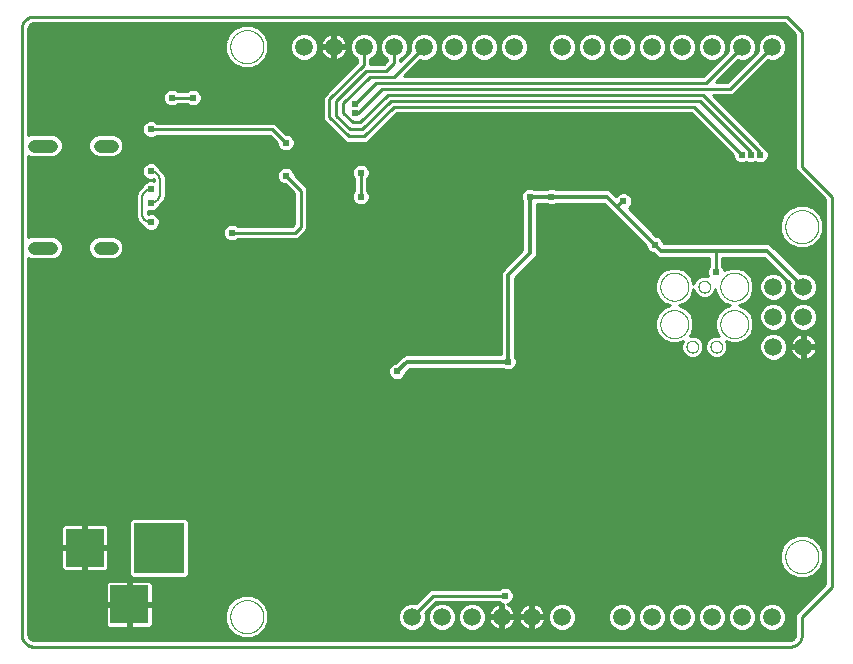
<source format=gbl>
G75*
%MOIN*%
%OFA0B0*%
%FSLAX25Y25*%
%IPPOS*%
%LPD*%
%AMOC8*
5,1,8,0,0,1.08239X$1,22.5*
%
%ADD10C,0.01000*%
%ADD11C,0.00000*%
%ADD12C,0.05906*%
%ADD13C,0.04331*%
%ADD14R,0.12661X0.12661*%
%ADD15R,0.16598X0.16598*%
%ADD16C,0.02400*%
%ADD17C,0.01200*%
%ADD18C,0.01400*%
%ADD19C,0.00500*%
D10*
X0008793Y0007187D02*
X0008793Y0209313D01*
X0010993Y0209313D02*
X0011027Y0209652D01*
X0011286Y0210278D01*
X0011765Y0210757D01*
X0012391Y0211017D01*
X0012730Y0211050D01*
X0262882Y0211050D01*
X0266593Y0207339D01*
X0266593Y0162339D01*
X0276593Y0152339D01*
X0276593Y0024161D01*
X0266593Y0014161D01*
X0266593Y0012339D01*
X0266593Y0008098D01*
X0266593Y0007187D01*
X0266560Y0006848D01*
X0266301Y0006222D01*
X0265821Y0005743D01*
X0265195Y0005483D01*
X0264856Y0005450D01*
X0012730Y0005450D01*
X0012391Y0005483D01*
X0011765Y0005743D01*
X0011286Y0006222D01*
X0011027Y0006848D01*
X0010993Y0007187D01*
X0010993Y0132781D01*
X0011969Y0132377D01*
X0019413Y0132377D01*
X0020833Y0132965D01*
X0021921Y0134053D01*
X0022509Y0135473D01*
X0022509Y0137011D01*
X0021921Y0138432D01*
X0020833Y0139519D01*
X0019413Y0140107D01*
X0011969Y0140107D01*
X0010993Y0139703D01*
X0010993Y0166797D01*
X0011969Y0166393D01*
X0019413Y0166393D01*
X0020833Y0166981D01*
X0021921Y0168068D01*
X0022509Y0169489D01*
X0022509Y0171027D01*
X0021921Y0172447D01*
X0020833Y0173535D01*
X0019413Y0174123D01*
X0011969Y0174123D01*
X0010993Y0173719D01*
X0010993Y0209313D01*
X0010993Y0208943D02*
X0079288Y0208943D01*
X0079708Y0209364D02*
X0077679Y0207335D01*
X0076581Y0204685D01*
X0076581Y0201815D01*
X0077679Y0199165D01*
X0079708Y0197136D01*
X0082359Y0196038D01*
X0085228Y0196038D01*
X0087878Y0197136D01*
X0089907Y0199165D01*
X0091005Y0201815D01*
X0091005Y0204685D01*
X0089907Y0207335D01*
X0087878Y0209364D01*
X0085228Y0210462D01*
X0082359Y0210462D01*
X0079708Y0209364D01*
X0081104Y0209942D02*
X0011147Y0209942D01*
X0012207Y0210940D02*
X0262992Y0210940D01*
X0263990Y0209942D02*
X0086483Y0209942D01*
X0088299Y0208943D02*
X0264989Y0208943D01*
X0265987Y0207945D02*
X0089298Y0207945D01*
X0090068Y0206946D02*
X0099910Y0206946D01*
X0100158Y0207194D02*
X0098849Y0205886D01*
X0098141Y0204175D01*
X0098141Y0202324D01*
X0098849Y0200614D01*
X0100158Y0199306D01*
X0101868Y0198597D01*
X0103719Y0198597D01*
X0105429Y0199306D01*
X0106738Y0200614D01*
X0107446Y0202324D01*
X0107446Y0204175D01*
X0106738Y0205886D01*
X0105429Y0207194D01*
X0103719Y0207903D01*
X0101868Y0207903D01*
X0100158Y0207194D01*
X0098911Y0205948D02*
X0090482Y0205948D01*
X0090895Y0204949D02*
X0098461Y0204949D01*
X0098141Y0203951D02*
X0091005Y0203951D01*
X0091005Y0202952D02*
X0098141Y0202952D01*
X0098294Y0201954D02*
X0091005Y0201954D01*
X0090649Y0200955D02*
X0098708Y0200955D01*
X0099507Y0199957D02*
X0090235Y0199957D01*
X0089701Y0198958D02*
X0100996Y0198958D01*
X0104590Y0198958D02*
X0111593Y0198958D01*
X0111751Y0198907D02*
X0112309Y0198818D01*
X0112309Y0202766D01*
X0108362Y0202766D01*
X0108450Y0202207D01*
X0108667Y0201541D01*
X0108985Y0200916D01*
X0109397Y0200349D01*
X0109893Y0199854D01*
X0110460Y0199442D01*
X0111084Y0199123D01*
X0111751Y0198907D01*
X0112309Y0198958D02*
X0113278Y0198958D01*
X0113278Y0198818D02*
X0113836Y0198907D01*
X0114503Y0199123D01*
X0115127Y0199442D01*
X0115694Y0199854D01*
X0116190Y0200349D01*
X0116602Y0200916D01*
X0116920Y0201541D01*
X0117136Y0202207D01*
X0117225Y0202766D01*
X0113278Y0202766D01*
X0113278Y0203734D01*
X0117225Y0203734D01*
X0117136Y0204293D01*
X0116920Y0204959D01*
X0116602Y0205584D01*
X0116190Y0206151D01*
X0115694Y0206646D01*
X0115127Y0207058D01*
X0114503Y0207377D01*
X0113836Y0207593D01*
X0113278Y0207682D01*
X0113278Y0203734D01*
X0112309Y0203734D01*
X0112309Y0202766D01*
X0113278Y0202766D01*
X0113278Y0198818D01*
X0113994Y0198958D02*
X0120593Y0198958D01*
X0120593Y0199125D02*
X0120593Y0198161D01*
X0109040Y0186608D01*
X0109040Y0178946D01*
X0110329Y0177657D01*
X0116827Y0171160D01*
X0123814Y0171160D01*
X0125103Y0172448D01*
X0133705Y0181050D01*
X0231882Y0181050D01*
X0245893Y0167039D01*
X0245893Y0166673D01*
X0246335Y0165607D01*
X0247151Y0164791D01*
X0248216Y0164350D01*
X0249370Y0164350D01*
X0250293Y0164732D01*
X0251216Y0164350D01*
X0252370Y0164350D01*
X0253293Y0164732D01*
X0254216Y0164350D01*
X0255370Y0164350D01*
X0256436Y0164791D01*
X0257252Y0165607D01*
X0257693Y0166673D01*
X0257693Y0167827D01*
X0257252Y0168893D01*
X0256993Y0169151D01*
X0256993Y0169161D01*
X0239105Y0187050D01*
X0245705Y0187050D01*
X0257432Y0198778D01*
X0257868Y0198597D01*
X0259719Y0198597D01*
X0261429Y0199306D01*
X0262738Y0200614D01*
X0263446Y0202324D01*
X0263446Y0204175D01*
X0262738Y0205886D01*
X0261429Y0207194D01*
X0259719Y0207903D01*
X0257868Y0207903D01*
X0256158Y0207194D01*
X0254849Y0205886D01*
X0254141Y0204175D01*
X0254141Y0202324D01*
X0254321Y0201889D01*
X0243882Y0191450D01*
X0240105Y0191450D01*
X0247432Y0198778D01*
X0247868Y0198597D01*
X0249719Y0198597D01*
X0251429Y0199306D01*
X0252738Y0200614D01*
X0253446Y0202324D01*
X0253446Y0204175D01*
X0252738Y0205886D01*
X0251429Y0207194D01*
X0249719Y0207903D01*
X0247868Y0207903D01*
X0246158Y0207194D01*
X0244849Y0205886D01*
X0244141Y0204175D01*
X0244141Y0202324D01*
X0244321Y0201889D01*
X0235882Y0193450D01*
X0136105Y0193450D01*
X0141432Y0198778D01*
X0141868Y0198597D01*
X0143719Y0198597D01*
X0145429Y0199306D01*
X0146738Y0200614D01*
X0147446Y0202324D01*
X0147446Y0204175D01*
X0146738Y0205886D01*
X0145429Y0207194D01*
X0143719Y0207903D01*
X0141868Y0207903D01*
X0140158Y0207194D01*
X0138849Y0205886D01*
X0138141Y0204175D01*
X0138141Y0202324D01*
X0138321Y0201889D01*
X0134993Y0198561D01*
X0134993Y0199125D01*
X0135429Y0199306D01*
X0136738Y0200614D01*
X0137446Y0202324D01*
X0137446Y0204175D01*
X0136738Y0205886D01*
X0135429Y0207194D01*
X0133719Y0207903D01*
X0131868Y0207903D01*
X0130158Y0207194D01*
X0128849Y0205886D01*
X0128141Y0204175D01*
X0128141Y0202324D01*
X0128849Y0200614D01*
X0130158Y0199306D01*
X0130593Y0199125D01*
X0130593Y0198661D01*
X0129382Y0197450D01*
X0124993Y0197450D01*
X0124993Y0199125D01*
X0125429Y0199306D01*
X0126738Y0200614D01*
X0127446Y0202324D01*
X0127446Y0204175D01*
X0126738Y0205886D01*
X0125429Y0207194D01*
X0123719Y0207903D01*
X0121868Y0207903D01*
X0120158Y0207194D01*
X0118849Y0205886D01*
X0118141Y0204175D01*
X0118141Y0202324D01*
X0118849Y0200614D01*
X0120158Y0199306D01*
X0120593Y0199125D01*
X0120392Y0197960D02*
X0088702Y0197960D01*
X0087456Y0196961D02*
X0119393Y0196961D01*
X0118395Y0195963D02*
X0010993Y0195963D01*
X0010993Y0196961D02*
X0080130Y0196961D01*
X0078885Y0197960D02*
X0010993Y0197960D01*
X0010993Y0198958D02*
X0077886Y0198958D01*
X0077351Y0199957D02*
X0010993Y0199957D01*
X0010993Y0200955D02*
X0076938Y0200955D01*
X0076581Y0201954D02*
X0010993Y0201954D01*
X0010993Y0202952D02*
X0076581Y0202952D01*
X0076581Y0203951D02*
X0010993Y0203951D01*
X0010993Y0204949D02*
X0076691Y0204949D01*
X0077105Y0205948D02*
X0010993Y0205948D01*
X0010993Y0206946D02*
X0077518Y0206946D01*
X0078289Y0207945D02*
X0010993Y0207945D01*
X0008793Y0209313D02*
X0008795Y0209437D01*
X0008801Y0209560D01*
X0008810Y0209684D01*
X0008824Y0209806D01*
X0008841Y0209929D01*
X0008863Y0210051D01*
X0008888Y0210172D01*
X0008917Y0210292D01*
X0008949Y0210411D01*
X0008986Y0210530D01*
X0009026Y0210647D01*
X0009069Y0210762D01*
X0009117Y0210877D01*
X0009168Y0210989D01*
X0009222Y0211100D01*
X0009280Y0211210D01*
X0009341Y0211317D01*
X0009406Y0211423D01*
X0009474Y0211526D01*
X0009545Y0211627D01*
X0009619Y0211726D01*
X0009696Y0211823D01*
X0009777Y0211917D01*
X0009860Y0212008D01*
X0009946Y0212097D01*
X0010035Y0212183D01*
X0010126Y0212266D01*
X0010220Y0212347D01*
X0010317Y0212424D01*
X0010416Y0212498D01*
X0010517Y0212569D01*
X0010620Y0212637D01*
X0010726Y0212702D01*
X0010833Y0212763D01*
X0010943Y0212821D01*
X0011054Y0212875D01*
X0011166Y0212926D01*
X0011281Y0212974D01*
X0011396Y0213017D01*
X0011513Y0213057D01*
X0011632Y0213094D01*
X0011751Y0213126D01*
X0011871Y0213155D01*
X0011992Y0213180D01*
X0012114Y0213202D01*
X0012237Y0213219D01*
X0012359Y0213233D01*
X0012483Y0213242D01*
X0012606Y0213248D01*
X0012730Y0213250D01*
X0263793Y0213250D01*
X0268793Y0208250D01*
X0268793Y0163250D01*
X0278793Y0153250D01*
X0278793Y0023250D01*
X0268793Y0013250D01*
X0268793Y0007187D01*
X0266593Y0007244D02*
X0087986Y0007244D01*
X0087878Y0007136D02*
X0089907Y0009165D01*
X0091005Y0011815D01*
X0091005Y0014685D01*
X0089907Y0017335D01*
X0087878Y0019364D01*
X0085228Y0020462D01*
X0082359Y0020462D01*
X0079708Y0019364D01*
X0077679Y0017335D01*
X0076581Y0014685D01*
X0076581Y0011815D01*
X0077679Y0009165D01*
X0079708Y0007136D01*
X0082359Y0006038D01*
X0085228Y0006038D01*
X0087878Y0007136D01*
X0088985Y0008243D02*
X0266593Y0008243D01*
X0266593Y0009241D02*
X0261273Y0009241D01*
X0261429Y0009306D02*
X0262738Y0010614D01*
X0263446Y0012324D01*
X0263446Y0014175D01*
X0262738Y0015886D01*
X0261429Y0017194D01*
X0259719Y0017903D01*
X0257868Y0017903D01*
X0256158Y0017194D01*
X0254849Y0015886D01*
X0254141Y0014175D01*
X0254141Y0012324D01*
X0254849Y0010614D01*
X0256158Y0009306D01*
X0257868Y0008597D01*
X0259719Y0008597D01*
X0261429Y0009306D01*
X0262363Y0010240D02*
X0266593Y0010240D01*
X0266593Y0011238D02*
X0262996Y0011238D01*
X0263410Y0012237D02*
X0266593Y0012237D01*
X0266593Y0013235D02*
X0263446Y0013235D01*
X0263422Y0014234D02*
X0266666Y0014234D01*
X0267664Y0015232D02*
X0263008Y0015232D01*
X0262393Y0016231D02*
X0268663Y0016231D01*
X0269661Y0017229D02*
X0261345Y0017229D01*
X0256242Y0017229D02*
X0251345Y0017229D01*
X0251429Y0017194D02*
X0249719Y0017903D01*
X0247868Y0017903D01*
X0246158Y0017194D01*
X0244849Y0015886D01*
X0244141Y0014175D01*
X0244141Y0012324D01*
X0244849Y0010614D01*
X0246158Y0009306D01*
X0247868Y0008597D01*
X0249719Y0008597D01*
X0251429Y0009306D01*
X0252738Y0010614D01*
X0253446Y0012324D01*
X0253446Y0014175D01*
X0252738Y0015886D01*
X0251429Y0017194D01*
X0252393Y0016231D02*
X0255194Y0016231D01*
X0254578Y0015232D02*
X0253008Y0015232D01*
X0253422Y0014234D02*
X0254165Y0014234D01*
X0254141Y0013235D02*
X0253446Y0013235D01*
X0253410Y0012237D02*
X0254177Y0012237D01*
X0254591Y0011238D02*
X0252996Y0011238D01*
X0252363Y0010240D02*
X0255224Y0010240D01*
X0256313Y0009241D02*
X0251273Y0009241D01*
X0246313Y0009241D02*
X0241273Y0009241D01*
X0241429Y0009306D02*
X0242738Y0010614D01*
X0243446Y0012324D01*
X0243446Y0014175D01*
X0242738Y0015886D01*
X0241429Y0017194D01*
X0239719Y0017903D01*
X0237868Y0017903D01*
X0236158Y0017194D01*
X0234849Y0015886D01*
X0234141Y0014175D01*
X0234141Y0012324D01*
X0234849Y0010614D01*
X0236158Y0009306D01*
X0237868Y0008597D01*
X0239719Y0008597D01*
X0241429Y0009306D01*
X0242363Y0010240D02*
X0245224Y0010240D01*
X0244591Y0011238D02*
X0242996Y0011238D01*
X0243410Y0012237D02*
X0244177Y0012237D01*
X0244141Y0013235D02*
X0243446Y0013235D01*
X0243422Y0014234D02*
X0244165Y0014234D01*
X0244578Y0015232D02*
X0243008Y0015232D01*
X0242393Y0016231D02*
X0245194Y0016231D01*
X0246242Y0017229D02*
X0241345Y0017229D01*
X0236242Y0017229D02*
X0231345Y0017229D01*
X0231429Y0017194D02*
X0229719Y0017903D01*
X0227868Y0017903D01*
X0226158Y0017194D01*
X0224849Y0015886D01*
X0224141Y0014175D01*
X0224141Y0012324D01*
X0224849Y0010614D01*
X0226158Y0009306D01*
X0227868Y0008597D01*
X0229719Y0008597D01*
X0231429Y0009306D01*
X0232738Y0010614D01*
X0233446Y0012324D01*
X0233446Y0014175D01*
X0232738Y0015886D01*
X0231429Y0017194D01*
X0232393Y0016231D02*
X0235194Y0016231D01*
X0234578Y0015232D02*
X0233008Y0015232D01*
X0233422Y0014234D02*
X0234165Y0014234D01*
X0234141Y0013235D02*
X0233446Y0013235D01*
X0233410Y0012237D02*
X0234177Y0012237D01*
X0234591Y0011238D02*
X0232996Y0011238D01*
X0232363Y0010240D02*
X0235224Y0010240D01*
X0236313Y0009241D02*
X0231273Y0009241D01*
X0226313Y0009241D02*
X0221273Y0009241D01*
X0221429Y0009306D02*
X0222738Y0010614D01*
X0223446Y0012324D01*
X0223446Y0014175D01*
X0222738Y0015886D01*
X0221429Y0017194D01*
X0219719Y0017903D01*
X0217868Y0017903D01*
X0216158Y0017194D01*
X0214849Y0015886D01*
X0214141Y0014175D01*
X0214141Y0012324D01*
X0214849Y0010614D01*
X0216158Y0009306D01*
X0217868Y0008597D01*
X0219719Y0008597D01*
X0221429Y0009306D01*
X0222363Y0010240D02*
X0225224Y0010240D01*
X0224591Y0011238D02*
X0222996Y0011238D01*
X0223410Y0012237D02*
X0224177Y0012237D01*
X0224141Y0013235D02*
X0223446Y0013235D01*
X0223422Y0014234D02*
X0224165Y0014234D01*
X0224578Y0015232D02*
X0223008Y0015232D01*
X0222393Y0016231D02*
X0225194Y0016231D01*
X0226242Y0017229D02*
X0221345Y0017229D01*
X0216242Y0017229D02*
X0211345Y0017229D01*
X0211429Y0017194D02*
X0209719Y0017903D01*
X0207868Y0017903D01*
X0206158Y0017194D01*
X0204849Y0015886D01*
X0204141Y0014175D01*
X0204141Y0012324D01*
X0204849Y0010614D01*
X0206158Y0009306D01*
X0207868Y0008597D01*
X0209719Y0008597D01*
X0211429Y0009306D01*
X0212738Y0010614D01*
X0213446Y0012324D01*
X0213446Y0014175D01*
X0212738Y0015886D01*
X0211429Y0017194D01*
X0212393Y0016231D02*
X0215194Y0016231D01*
X0214578Y0015232D02*
X0213008Y0015232D01*
X0213422Y0014234D02*
X0214165Y0014234D01*
X0214141Y0013235D02*
X0213446Y0013235D01*
X0213410Y0012237D02*
X0214177Y0012237D01*
X0214591Y0011238D02*
X0212996Y0011238D01*
X0212363Y0010240D02*
X0215224Y0010240D01*
X0216313Y0009241D02*
X0211273Y0009241D01*
X0206313Y0009241D02*
X0191273Y0009241D01*
X0191429Y0009306D02*
X0192738Y0010614D01*
X0193446Y0012324D01*
X0193446Y0014175D01*
X0192738Y0015886D01*
X0191429Y0017194D01*
X0189719Y0017903D01*
X0187868Y0017903D01*
X0186158Y0017194D01*
X0184849Y0015886D01*
X0184141Y0014175D01*
X0184141Y0012324D01*
X0184849Y0010614D01*
X0186158Y0009306D01*
X0187868Y0008597D01*
X0189719Y0008597D01*
X0191429Y0009306D01*
X0192363Y0010240D02*
X0205224Y0010240D01*
X0204591Y0011238D02*
X0192996Y0011238D01*
X0193410Y0012237D02*
X0204177Y0012237D01*
X0204141Y0013235D02*
X0193446Y0013235D01*
X0193422Y0014234D02*
X0204165Y0014234D01*
X0204578Y0015232D02*
X0193008Y0015232D01*
X0192393Y0016231D02*
X0205194Y0016231D01*
X0206242Y0017229D02*
X0191345Y0017229D01*
X0186242Y0017229D02*
X0180792Y0017229D01*
X0180503Y0017377D02*
X0179836Y0017593D01*
X0179278Y0017682D01*
X0179278Y0013734D01*
X0183225Y0013734D01*
X0183136Y0014293D01*
X0182920Y0014959D01*
X0182602Y0015584D01*
X0182190Y0016151D01*
X0181694Y0016646D01*
X0181127Y0017058D01*
X0180503Y0017377D01*
X0179278Y0017229D02*
X0178309Y0017229D01*
X0178309Y0017682D02*
X0177751Y0017593D01*
X0177084Y0017377D01*
X0176460Y0017058D01*
X0175893Y0016646D01*
X0175397Y0016151D01*
X0174985Y0015584D01*
X0174667Y0014959D01*
X0174450Y0014293D01*
X0174362Y0013734D01*
X0178309Y0013734D01*
X0178309Y0012766D01*
X0174362Y0012766D01*
X0174450Y0012207D01*
X0174667Y0011541D01*
X0174985Y0010916D01*
X0175397Y0010349D01*
X0175893Y0009854D01*
X0176460Y0009442D01*
X0177084Y0009123D01*
X0177751Y0008907D01*
X0178309Y0008818D01*
X0178309Y0012766D01*
X0179278Y0012766D01*
X0179278Y0013734D01*
X0178309Y0013734D01*
X0178309Y0017682D01*
X0178309Y0016231D02*
X0179278Y0016231D01*
X0179278Y0015232D02*
X0178309Y0015232D01*
X0178309Y0014234D02*
X0179278Y0014234D01*
X0179278Y0013235D02*
X0184141Y0013235D01*
X0184165Y0014234D02*
X0183146Y0014234D01*
X0182781Y0015232D02*
X0184578Y0015232D01*
X0185194Y0016231D02*
X0182110Y0016231D01*
X0178309Y0013235D02*
X0169278Y0013235D01*
X0169278Y0012766D02*
X0169278Y0013734D01*
X0173225Y0013734D01*
X0173136Y0014293D01*
X0172920Y0014959D01*
X0172602Y0015584D01*
X0172190Y0016151D01*
X0171694Y0016646D01*
X0171127Y0017058D01*
X0170503Y0017377D01*
X0170464Y0017389D01*
X0171436Y0017791D01*
X0172252Y0018607D01*
X0172693Y0019673D01*
X0172693Y0020827D01*
X0172252Y0021893D01*
X0171436Y0022708D01*
X0170370Y0023150D01*
X0169216Y0023150D01*
X0168151Y0022708D01*
X0167892Y0022450D01*
X0144882Y0022450D01*
X0140154Y0017722D01*
X0139719Y0017903D01*
X0137868Y0017903D01*
X0136158Y0017194D01*
X0134849Y0015886D01*
X0134141Y0014175D01*
X0134141Y0012324D01*
X0134849Y0010614D01*
X0136158Y0009306D01*
X0137868Y0008597D01*
X0139719Y0008597D01*
X0141429Y0009306D01*
X0142738Y0010614D01*
X0143446Y0012324D01*
X0143446Y0014175D01*
X0143266Y0014611D01*
X0146705Y0018050D01*
X0167892Y0018050D01*
X0168151Y0017791D01*
X0169216Y0017350D01*
X0169278Y0017350D01*
X0169278Y0013734D01*
X0168309Y0013734D01*
X0168309Y0012766D01*
X0164362Y0012766D01*
X0164450Y0012207D01*
X0164667Y0011541D01*
X0164985Y0010916D01*
X0165397Y0010349D01*
X0165893Y0009854D01*
X0166460Y0009442D01*
X0167084Y0009123D01*
X0167751Y0008907D01*
X0168309Y0008818D01*
X0168309Y0012766D01*
X0169278Y0012766D01*
X0173225Y0012766D01*
X0173136Y0012207D01*
X0172920Y0011541D01*
X0172602Y0010916D01*
X0172190Y0010349D01*
X0171694Y0009854D01*
X0171127Y0009442D01*
X0170503Y0009123D01*
X0169836Y0008907D01*
X0169278Y0008818D01*
X0169278Y0012766D01*
X0169278Y0012237D02*
X0168309Y0012237D01*
X0168309Y0013235D02*
X0163446Y0013235D01*
X0163446Y0012324D02*
X0163446Y0014175D01*
X0162738Y0015886D01*
X0161429Y0017194D01*
X0159719Y0017903D01*
X0157868Y0017903D01*
X0156158Y0017194D01*
X0154849Y0015886D01*
X0154141Y0014175D01*
X0154141Y0012324D01*
X0154849Y0010614D01*
X0156158Y0009306D01*
X0157868Y0008597D01*
X0159719Y0008597D01*
X0161429Y0009306D01*
X0162738Y0010614D01*
X0163446Y0012324D01*
X0163410Y0012237D02*
X0164446Y0012237D01*
X0164821Y0011238D02*
X0162996Y0011238D01*
X0162363Y0010240D02*
X0165507Y0010240D01*
X0166853Y0009241D02*
X0161273Y0009241D01*
X0156313Y0009241D02*
X0151273Y0009241D01*
X0151429Y0009306D02*
X0149719Y0008597D01*
X0147868Y0008597D01*
X0146158Y0009306D01*
X0144849Y0010614D01*
X0144141Y0012324D01*
X0144141Y0014175D01*
X0144849Y0015886D01*
X0146158Y0017194D01*
X0147868Y0017903D01*
X0149719Y0017903D01*
X0151429Y0017194D01*
X0152738Y0015886D01*
X0153446Y0014175D01*
X0153446Y0012324D01*
X0152738Y0010614D01*
X0151429Y0009306D01*
X0152363Y0010240D02*
X0155224Y0010240D01*
X0154591Y0011238D02*
X0152996Y0011238D01*
X0153410Y0012237D02*
X0154177Y0012237D01*
X0154141Y0013235D02*
X0153446Y0013235D01*
X0153422Y0014234D02*
X0154165Y0014234D01*
X0154578Y0015232D02*
X0153008Y0015232D01*
X0152393Y0016231D02*
X0155194Y0016231D01*
X0156242Y0017229D02*
X0151345Y0017229D01*
X0146242Y0017229D02*
X0145884Y0017229D01*
X0145194Y0016231D02*
X0144885Y0016231D01*
X0144578Y0015232D02*
X0143887Y0015232D01*
X0144165Y0014234D02*
X0143422Y0014234D01*
X0143446Y0013235D02*
X0144141Y0013235D01*
X0144177Y0012237D02*
X0143410Y0012237D01*
X0142996Y0011238D02*
X0144591Y0011238D01*
X0145224Y0010240D02*
X0142363Y0010240D01*
X0141273Y0009241D02*
X0146313Y0009241D01*
X0138793Y0013250D02*
X0145793Y0020250D01*
X0169793Y0020250D01*
X0172693Y0020225D02*
X0272657Y0020225D01*
X0273655Y0021223D02*
X0172529Y0021223D01*
X0171923Y0022222D02*
X0274654Y0022222D01*
X0275652Y0023220D02*
X0052388Y0023220D01*
X0052388Y0023881D02*
X0052286Y0024262D01*
X0052088Y0024604D01*
X0051809Y0024883D01*
X0051467Y0025081D01*
X0051085Y0025183D01*
X0045057Y0025183D01*
X0045057Y0017852D01*
X0052388Y0017852D01*
X0052388Y0023881D01*
X0052297Y0024219D02*
X0276593Y0024219D01*
X0276593Y0025217D02*
X0010993Y0025217D01*
X0010993Y0024219D02*
X0036817Y0024219D01*
X0036829Y0024262D02*
X0036726Y0023881D01*
X0036726Y0017852D01*
X0044057Y0017852D01*
X0044057Y0016852D01*
X0045057Y0016852D01*
X0045057Y0009522D01*
X0051085Y0009522D01*
X0051467Y0009624D01*
X0051809Y0009821D01*
X0052088Y0010101D01*
X0052286Y0010443D01*
X0052388Y0010824D01*
X0052388Y0016852D01*
X0045057Y0016852D01*
X0045057Y0017852D01*
X0044057Y0017852D01*
X0044057Y0025183D01*
X0038029Y0025183D01*
X0037647Y0025081D01*
X0037305Y0024883D01*
X0037026Y0024604D01*
X0036829Y0024262D01*
X0036726Y0023220D02*
X0010993Y0023220D01*
X0010993Y0022222D02*
X0036726Y0022222D01*
X0036726Y0021223D02*
X0010993Y0021223D01*
X0010993Y0020225D02*
X0036726Y0020225D01*
X0036726Y0019226D02*
X0010993Y0019226D01*
X0010993Y0018228D02*
X0036726Y0018228D01*
X0036726Y0016852D02*
X0036726Y0010824D01*
X0036829Y0010443D01*
X0037026Y0010101D01*
X0037305Y0009821D01*
X0037647Y0009624D01*
X0038029Y0009522D01*
X0044057Y0009522D01*
X0044057Y0016852D01*
X0036726Y0016852D01*
X0036726Y0016231D02*
X0010993Y0016231D01*
X0010993Y0017229D02*
X0044057Y0017229D01*
X0044057Y0016231D02*
X0045057Y0016231D01*
X0045057Y0017229D02*
X0077636Y0017229D01*
X0077222Y0016231D02*
X0052388Y0016231D01*
X0052388Y0015232D02*
X0076808Y0015232D01*
X0076581Y0014234D02*
X0052388Y0014234D01*
X0052388Y0013235D02*
X0076581Y0013235D01*
X0076581Y0012237D02*
X0052388Y0012237D01*
X0052388Y0011238D02*
X0076821Y0011238D01*
X0077234Y0010240D02*
X0052168Y0010240D01*
X0045057Y0010240D02*
X0044057Y0010240D01*
X0044057Y0011238D02*
X0045057Y0011238D01*
X0045057Y0012237D02*
X0044057Y0012237D01*
X0044057Y0013235D02*
X0045057Y0013235D01*
X0045057Y0014234D02*
X0044057Y0014234D01*
X0044057Y0015232D02*
X0045057Y0015232D01*
X0045057Y0018228D02*
X0044057Y0018228D01*
X0044057Y0019226D02*
X0045057Y0019226D01*
X0045057Y0020225D02*
X0044057Y0020225D01*
X0044057Y0021223D02*
X0045057Y0021223D01*
X0045057Y0022222D02*
X0044057Y0022222D01*
X0044057Y0023220D02*
X0045057Y0023220D01*
X0045057Y0024219D02*
X0044057Y0024219D01*
X0045396Y0026251D02*
X0044400Y0027247D01*
X0044400Y0045253D01*
X0045396Y0046249D01*
X0063403Y0046249D01*
X0064399Y0045253D01*
X0064399Y0027247D01*
X0063403Y0026251D01*
X0045396Y0026251D01*
X0044433Y0027214D02*
X0010993Y0027214D01*
X0010993Y0026216D02*
X0266930Y0026216D01*
X0267359Y0026038D02*
X0270228Y0026038D01*
X0272878Y0027136D01*
X0274907Y0029165D01*
X0276005Y0031815D01*
X0276005Y0034685D01*
X0274907Y0037335D01*
X0272878Y0039364D01*
X0270228Y0040462D01*
X0267359Y0040462D01*
X0264708Y0039364D01*
X0262679Y0037335D01*
X0261581Y0034685D01*
X0261581Y0031815D01*
X0262679Y0029165D01*
X0264708Y0027136D01*
X0267359Y0026038D01*
X0264630Y0027214D02*
X0064366Y0027214D01*
X0064399Y0028213D02*
X0263631Y0028213D01*
X0262660Y0029211D02*
X0064399Y0029211D01*
X0064399Y0030210D02*
X0262247Y0030210D01*
X0261833Y0031208D02*
X0064399Y0031208D01*
X0064399Y0032207D02*
X0261581Y0032207D01*
X0261581Y0033205D02*
X0064399Y0033205D01*
X0064399Y0034204D02*
X0261581Y0034204D01*
X0261796Y0035202D02*
X0064399Y0035202D01*
X0064399Y0036201D02*
X0262210Y0036201D01*
X0262623Y0037199D02*
X0064399Y0037199D01*
X0064399Y0038198D02*
X0263542Y0038198D01*
X0264541Y0039196D02*
X0064399Y0039196D01*
X0064399Y0040195D02*
X0266714Y0040195D01*
X0270872Y0040195D02*
X0276593Y0040195D01*
X0276593Y0041193D02*
X0064399Y0041193D01*
X0064399Y0042192D02*
X0276593Y0042192D01*
X0276593Y0043190D02*
X0064399Y0043190D01*
X0064399Y0044189D02*
X0276593Y0044189D01*
X0276593Y0045187D02*
X0064399Y0045187D01*
X0063466Y0046186D02*
X0276593Y0046186D01*
X0276593Y0047184D02*
X0010993Y0047184D01*
X0010993Y0046186D02*
X0045333Y0046186D01*
X0044400Y0045187D02*
X0010993Y0045187D01*
X0010993Y0044189D02*
X0044400Y0044189D01*
X0044400Y0043190D02*
X0037504Y0043190D01*
X0037522Y0043160D02*
X0037324Y0043502D01*
X0037045Y0043781D01*
X0036703Y0043978D01*
X0036321Y0044081D01*
X0030293Y0044081D01*
X0030293Y0036750D01*
X0029293Y0036750D01*
X0029293Y0035750D01*
X0021963Y0035750D01*
X0021963Y0029722D01*
X0022065Y0029340D01*
X0022262Y0028998D01*
X0022542Y0028719D01*
X0022884Y0028522D01*
X0023265Y0028419D01*
X0029293Y0028419D01*
X0029293Y0035750D01*
X0030293Y0035750D01*
X0030293Y0028419D01*
X0036321Y0028419D01*
X0036703Y0028522D01*
X0037045Y0028719D01*
X0037324Y0028998D01*
X0037522Y0029340D01*
X0037624Y0029722D01*
X0037624Y0035750D01*
X0030293Y0035750D01*
X0030293Y0036750D01*
X0037624Y0036750D01*
X0037624Y0042778D01*
X0037522Y0043160D01*
X0037624Y0042192D02*
X0044400Y0042192D01*
X0044400Y0041193D02*
X0037624Y0041193D01*
X0037624Y0040195D02*
X0044400Y0040195D01*
X0044400Y0039196D02*
X0037624Y0039196D01*
X0037624Y0038198D02*
X0044400Y0038198D01*
X0044400Y0037199D02*
X0037624Y0037199D01*
X0037624Y0035202D02*
X0044400Y0035202D01*
X0044400Y0034204D02*
X0037624Y0034204D01*
X0037624Y0033205D02*
X0044400Y0033205D01*
X0044400Y0032207D02*
X0037624Y0032207D01*
X0037624Y0031208D02*
X0044400Y0031208D01*
X0044400Y0030210D02*
X0037624Y0030210D01*
X0037447Y0029211D02*
X0044400Y0029211D01*
X0044400Y0028213D02*
X0010993Y0028213D01*
X0010993Y0029211D02*
X0022139Y0029211D01*
X0021963Y0030210D02*
X0010993Y0030210D01*
X0010993Y0031208D02*
X0021963Y0031208D01*
X0021963Y0032207D02*
X0010993Y0032207D01*
X0010993Y0033205D02*
X0021963Y0033205D01*
X0021963Y0034204D02*
X0010993Y0034204D01*
X0010993Y0035202D02*
X0021963Y0035202D01*
X0021963Y0036750D02*
X0029293Y0036750D01*
X0029293Y0044081D01*
X0023265Y0044081D01*
X0022884Y0043978D01*
X0022542Y0043781D01*
X0022262Y0043502D01*
X0022065Y0043160D01*
X0021963Y0042778D01*
X0021963Y0036750D01*
X0021963Y0037199D02*
X0010993Y0037199D01*
X0010993Y0036201D02*
X0029293Y0036201D01*
X0029293Y0037199D02*
X0030293Y0037199D01*
X0030293Y0036201D02*
X0044400Y0036201D01*
X0030293Y0035202D02*
X0029293Y0035202D01*
X0029293Y0034204D02*
X0030293Y0034204D01*
X0030293Y0033205D02*
X0029293Y0033205D01*
X0029293Y0032207D02*
X0030293Y0032207D01*
X0030293Y0031208D02*
X0029293Y0031208D01*
X0029293Y0030210D02*
X0030293Y0030210D01*
X0030293Y0029211D02*
X0029293Y0029211D01*
X0029293Y0038198D02*
X0030293Y0038198D01*
X0030293Y0039196D02*
X0029293Y0039196D01*
X0029293Y0040195D02*
X0030293Y0040195D01*
X0030293Y0041193D02*
X0029293Y0041193D01*
X0029293Y0042192D02*
X0030293Y0042192D01*
X0030293Y0043190D02*
X0029293Y0043190D01*
X0022083Y0043190D02*
X0010993Y0043190D01*
X0010993Y0042192D02*
X0021963Y0042192D01*
X0021963Y0041193D02*
X0010993Y0041193D01*
X0010993Y0040195D02*
X0021963Y0040195D01*
X0021963Y0039196D02*
X0010993Y0039196D01*
X0010993Y0038198D02*
X0021963Y0038198D01*
X0010993Y0048183D02*
X0276593Y0048183D01*
X0276593Y0049182D02*
X0010993Y0049182D01*
X0010993Y0050180D02*
X0276593Y0050180D01*
X0276593Y0051179D02*
X0010993Y0051179D01*
X0010993Y0052177D02*
X0276593Y0052177D01*
X0276593Y0053176D02*
X0010993Y0053176D01*
X0010993Y0054174D02*
X0276593Y0054174D01*
X0276593Y0055173D02*
X0010993Y0055173D01*
X0010993Y0056171D02*
X0276593Y0056171D01*
X0276593Y0057170D02*
X0010993Y0057170D01*
X0010993Y0058168D02*
X0276593Y0058168D01*
X0276593Y0059167D02*
X0010993Y0059167D01*
X0010993Y0060165D02*
X0276593Y0060165D01*
X0276593Y0061164D02*
X0010993Y0061164D01*
X0010993Y0062162D02*
X0276593Y0062162D01*
X0276593Y0063161D02*
X0010993Y0063161D01*
X0010993Y0064159D02*
X0276593Y0064159D01*
X0276593Y0065158D02*
X0010993Y0065158D01*
X0010993Y0066156D02*
X0276593Y0066156D01*
X0276593Y0067155D02*
X0010993Y0067155D01*
X0010993Y0068153D02*
X0276593Y0068153D01*
X0276593Y0069152D02*
X0010993Y0069152D01*
X0010993Y0070150D02*
X0276593Y0070150D01*
X0276593Y0071149D02*
X0010993Y0071149D01*
X0010993Y0072147D02*
X0276593Y0072147D01*
X0276593Y0073146D02*
X0010993Y0073146D01*
X0010993Y0074144D02*
X0276593Y0074144D01*
X0276593Y0075143D02*
X0010993Y0075143D01*
X0010993Y0076141D02*
X0276593Y0076141D01*
X0276593Y0077140D02*
X0010993Y0077140D01*
X0010993Y0078138D02*
X0276593Y0078138D01*
X0276593Y0079137D02*
X0010993Y0079137D01*
X0010993Y0080135D02*
X0276593Y0080135D01*
X0276593Y0081134D02*
X0010993Y0081134D01*
X0010993Y0082132D02*
X0276593Y0082132D01*
X0276593Y0083131D02*
X0010993Y0083131D01*
X0010993Y0084129D02*
X0276593Y0084129D01*
X0276593Y0085128D02*
X0010993Y0085128D01*
X0010993Y0086126D02*
X0276593Y0086126D01*
X0276593Y0087125D02*
X0010993Y0087125D01*
X0010993Y0088123D02*
X0276593Y0088123D01*
X0276593Y0089122D02*
X0010993Y0089122D01*
X0010993Y0090120D02*
X0276593Y0090120D01*
X0276593Y0091119D02*
X0010993Y0091119D01*
X0010993Y0092118D02*
X0133150Y0092118D01*
X0133216Y0092090D02*
X0134370Y0092090D01*
X0135436Y0092532D01*
X0136252Y0093347D01*
X0136693Y0094413D01*
X0136693Y0094496D01*
X0138047Y0095850D01*
X0169092Y0095850D01*
X0169151Y0095791D01*
X0170216Y0095350D01*
X0171370Y0095350D01*
X0172436Y0095791D01*
X0173252Y0096607D01*
X0173693Y0097673D01*
X0173693Y0098827D01*
X0173252Y0099893D01*
X0173193Y0099951D01*
X0173193Y0126256D01*
X0179428Y0132491D01*
X0180104Y0133166D01*
X0180469Y0134048D01*
X0180469Y0150850D01*
X0183592Y0150850D01*
X0183651Y0150791D01*
X0184716Y0150350D01*
X0185870Y0150350D01*
X0186936Y0150791D01*
X0186995Y0150850D01*
X0202799Y0150850D01*
X0205259Y0148391D01*
X0205259Y0148391D01*
X0205934Y0147715D01*
X0216893Y0136756D01*
X0216893Y0136673D01*
X0217335Y0135607D01*
X0218151Y0134791D01*
X0219216Y0134350D01*
X0219299Y0134350D01*
X0220434Y0133215D01*
X0221316Y0132850D01*
X0237843Y0132850D01*
X0237843Y0129901D01*
X0237585Y0129643D01*
X0237143Y0128577D01*
X0237143Y0127423D01*
X0237431Y0126730D01*
X0237019Y0126900D01*
X0235567Y0126900D01*
X0234226Y0126344D01*
X0233199Y0125318D01*
X0232668Y0124037D01*
X0232668Y0124518D01*
X0231698Y0126861D01*
X0229905Y0128655D01*
X0227561Y0129625D01*
X0225025Y0129625D01*
X0222682Y0128655D01*
X0220889Y0126861D01*
X0219918Y0124518D01*
X0219918Y0121982D01*
X0220889Y0119639D01*
X0222682Y0117845D01*
X0224723Y0117000D01*
X0222682Y0116155D01*
X0220889Y0114361D01*
X0219918Y0112018D01*
X0219918Y0109482D01*
X0220889Y0107139D01*
X0222682Y0105345D01*
X0225025Y0104375D01*
X0227561Y0104375D01*
X0229067Y0104998D01*
X0228643Y0103976D01*
X0228643Y0102524D01*
X0229199Y0101182D01*
X0230226Y0100156D01*
X0231567Y0099600D01*
X0233019Y0099600D01*
X0234361Y0100156D01*
X0235388Y0101182D01*
X0235943Y0102524D01*
X0235943Y0103976D01*
X0235388Y0105318D01*
X0234361Y0106344D01*
X0233019Y0106900D01*
X0231567Y0106900D01*
X0231383Y0106824D01*
X0231698Y0107139D01*
X0232668Y0109482D01*
X0232668Y0112018D01*
X0231698Y0114361D01*
X0229905Y0116155D01*
X0227864Y0117000D01*
X0229905Y0117845D01*
X0231698Y0119639D01*
X0232668Y0121982D01*
X0232668Y0122463D01*
X0233199Y0121182D01*
X0234226Y0120156D01*
X0235567Y0119600D01*
X0237019Y0119600D01*
X0238361Y0120156D01*
X0239388Y0121182D01*
X0239918Y0122463D01*
X0239918Y0121982D01*
X0240889Y0119639D01*
X0242682Y0117845D01*
X0244723Y0117000D01*
X0242682Y0116155D01*
X0240889Y0114361D01*
X0239918Y0112018D01*
X0239918Y0109482D01*
X0240889Y0107139D01*
X0241204Y0106824D01*
X0241019Y0106900D01*
X0239567Y0106900D01*
X0238226Y0106344D01*
X0237199Y0105318D01*
X0236643Y0103976D01*
X0236643Y0102524D01*
X0237199Y0101182D01*
X0238226Y0100156D01*
X0239567Y0099600D01*
X0241019Y0099600D01*
X0242361Y0100156D01*
X0243388Y0101182D01*
X0243943Y0102524D01*
X0243943Y0103976D01*
X0243520Y0104998D01*
X0245025Y0104375D01*
X0247561Y0104375D01*
X0249905Y0105345D01*
X0251698Y0107139D01*
X0252668Y0109482D01*
X0252668Y0112018D01*
X0251698Y0114361D01*
X0249905Y0116155D01*
X0247864Y0117000D01*
X0249905Y0117845D01*
X0251698Y0119639D01*
X0252668Y0121982D01*
X0252668Y0124518D01*
X0251698Y0126861D01*
X0249905Y0128655D01*
X0247561Y0129625D01*
X0245025Y0129625D01*
X0242878Y0128736D01*
X0242502Y0129643D01*
X0242243Y0129901D01*
X0242243Y0132850D01*
X0256299Y0132850D01*
X0264738Y0124411D01*
X0264641Y0124175D01*
X0264641Y0122324D01*
X0265349Y0120614D01*
X0266658Y0119306D01*
X0268368Y0118597D01*
X0270219Y0118597D01*
X0271929Y0119306D01*
X0273238Y0120614D01*
X0273946Y0122324D01*
X0273946Y0124175D01*
X0273238Y0125886D01*
X0271929Y0127194D01*
X0270219Y0127903D01*
X0268368Y0127903D01*
X0268132Y0127805D01*
X0258653Y0137285D01*
X0257771Y0137650D01*
X0222787Y0137650D01*
X0222693Y0137744D01*
X0222693Y0137827D01*
X0222252Y0138893D01*
X0221436Y0139708D01*
X0220370Y0140150D01*
X0220287Y0140150D01*
X0211041Y0149396D01*
X0211752Y0150107D01*
X0212193Y0151173D01*
X0212193Y0152327D01*
X0211752Y0153393D01*
X0210936Y0154208D01*
X0209870Y0154650D01*
X0208716Y0154650D01*
X0207651Y0154208D01*
X0206940Y0153498D01*
X0205153Y0155285D01*
X0204271Y0155650D01*
X0186995Y0155650D01*
X0186936Y0155708D01*
X0185870Y0156150D01*
X0184716Y0156150D01*
X0183651Y0155708D01*
X0183592Y0155650D01*
X0179770Y0155650D01*
X0179712Y0155708D01*
X0178646Y0156150D01*
X0177492Y0156150D01*
X0176426Y0155708D01*
X0175610Y0154893D01*
X0175169Y0153827D01*
X0175169Y0152673D01*
X0175610Y0151607D01*
X0175669Y0151549D01*
X0175669Y0135520D01*
X0168759Y0128609D01*
X0168393Y0127727D01*
X0168393Y0100650D01*
X0136576Y0100650D01*
X0135694Y0100285D01*
X0133299Y0097890D01*
X0133216Y0097890D01*
X0132151Y0097449D01*
X0131335Y0096633D01*
X0130893Y0095567D01*
X0130893Y0094413D01*
X0131335Y0093347D01*
X0132151Y0092532D01*
X0133216Y0092090D01*
X0134436Y0092118D02*
X0276593Y0092118D01*
X0276593Y0093116D02*
X0136020Y0093116D01*
X0136570Y0094115D02*
X0276593Y0094115D01*
X0276593Y0095113D02*
X0137310Y0095113D01*
X0133518Y0098109D02*
X0010993Y0098109D01*
X0010993Y0099107D02*
X0134516Y0099107D01*
X0135515Y0100106D02*
X0010993Y0100106D01*
X0010993Y0101104D02*
X0168393Y0101104D01*
X0168393Y0102103D02*
X0010993Y0102103D01*
X0010993Y0103101D02*
X0168393Y0103101D01*
X0168393Y0104100D02*
X0010993Y0104100D01*
X0010993Y0105098D02*
X0168393Y0105098D01*
X0168393Y0106097D02*
X0010993Y0106097D01*
X0010993Y0107095D02*
X0168393Y0107095D01*
X0168393Y0108094D02*
X0010993Y0108094D01*
X0010993Y0109092D02*
X0168393Y0109092D01*
X0168393Y0110091D02*
X0010993Y0110091D01*
X0010993Y0111089D02*
X0168393Y0111089D01*
X0168393Y0112088D02*
X0010993Y0112088D01*
X0010993Y0113086D02*
X0168393Y0113086D01*
X0168393Y0114085D02*
X0010993Y0114085D01*
X0010993Y0115083D02*
X0168393Y0115083D01*
X0168393Y0116082D02*
X0010993Y0116082D01*
X0010993Y0117080D02*
X0168393Y0117080D01*
X0168393Y0118079D02*
X0010993Y0118079D01*
X0010993Y0119077D02*
X0168393Y0119077D01*
X0168393Y0120076D02*
X0010993Y0120076D01*
X0010993Y0121074D02*
X0168393Y0121074D01*
X0168393Y0122073D02*
X0010993Y0122073D01*
X0010993Y0123071D02*
X0168393Y0123071D01*
X0168393Y0124070D02*
X0010993Y0124070D01*
X0010993Y0125068D02*
X0168393Y0125068D01*
X0168393Y0126067D02*
X0010993Y0126067D01*
X0010993Y0127065D02*
X0168393Y0127065D01*
X0168533Y0128064D02*
X0010993Y0128064D01*
X0010993Y0129062D02*
X0169212Y0129062D01*
X0170210Y0130061D02*
X0010993Y0130061D01*
X0010993Y0131059D02*
X0171209Y0131059D01*
X0172207Y0132058D02*
X0010993Y0132058D01*
X0010993Y0140046D02*
X0011821Y0140046D01*
X0010993Y0141045D02*
X0075893Y0141045D01*
X0075893Y0140673D02*
X0076335Y0139607D01*
X0077151Y0138791D01*
X0078216Y0138350D01*
X0079370Y0138350D01*
X0080436Y0138791D01*
X0080695Y0139050D01*
X0100705Y0139050D01*
X0103993Y0142339D01*
X0103993Y0156161D01*
X0102705Y0157450D01*
X0099693Y0160461D01*
X0099693Y0160827D01*
X0099252Y0161893D01*
X0098436Y0162708D01*
X0097370Y0163150D01*
X0096216Y0163150D01*
X0095151Y0162708D01*
X0094335Y0161893D01*
X0093893Y0160827D01*
X0093893Y0159673D01*
X0094335Y0158607D01*
X0095151Y0157791D01*
X0096216Y0157350D01*
X0096582Y0157350D01*
X0099593Y0154339D01*
X0099593Y0144161D01*
X0098882Y0143450D01*
X0080695Y0143450D01*
X0080436Y0143708D01*
X0079370Y0144150D01*
X0078216Y0144150D01*
X0077151Y0143708D01*
X0076335Y0142893D01*
X0075893Y0141827D01*
X0075893Y0140673D01*
X0076153Y0140046D02*
X0039679Y0140046D01*
X0039531Y0140107D02*
X0034056Y0140107D01*
X0032635Y0139519D01*
X0031548Y0138432D01*
X0030959Y0137011D01*
X0030959Y0135473D01*
X0031548Y0134053D01*
X0032635Y0132965D01*
X0034056Y0132377D01*
X0039531Y0132377D01*
X0040951Y0132965D01*
X0042039Y0134053D01*
X0042627Y0135473D01*
X0042627Y0137011D01*
X0042039Y0138432D01*
X0040951Y0139519D01*
X0039531Y0140107D01*
X0041423Y0139048D02*
X0076895Y0139048D01*
X0078793Y0141250D02*
X0099793Y0141250D01*
X0101793Y0143250D01*
X0101793Y0155250D01*
X0096793Y0160250D01*
X0094165Y0159018D02*
X0056743Y0159018D01*
X0056743Y0159735D02*
X0055990Y0161554D01*
X0054597Y0162946D01*
X0054403Y0163027D01*
X0054252Y0163393D01*
X0053436Y0164208D01*
X0052370Y0164650D01*
X0051216Y0164650D01*
X0050151Y0164208D01*
X0049335Y0163393D01*
X0048893Y0162327D01*
X0048893Y0161173D01*
X0049335Y0160107D01*
X0050151Y0159291D01*
X0051216Y0158850D01*
X0052370Y0158850D01*
X0052794Y0159026D01*
X0052823Y0158955D01*
X0052843Y0158750D01*
X0052843Y0158454D01*
X0052370Y0158650D01*
X0051216Y0158650D01*
X0050151Y0158208D01*
X0049335Y0157393D01*
X0049183Y0157027D01*
X0048989Y0156946D01*
X0047597Y0155554D01*
X0047597Y0155554D01*
X0046843Y0153735D01*
X0046843Y0146765D01*
X0047597Y0144946D01*
X0048989Y0143554D01*
X0048989Y0143554D01*
X0049183Y0143473D01*
X0049335Y0143107D01*
X0050151Y0142291D01*
X0051216Y0141850D01*
X0052370Y0141850D01*
X0053436Y0142291D01*
X0054252Y0143107D01*
X0054693Y0144173D01*
X0054693Y0145327D01*
X0054252Y0146393D01*
X0053436Y0147208D01*
X0052370Y0147650D01*
X0051216Y0147650D01*
X0050793Y0147474D01*
X0050763Y0147545D01*
X0050743Y0147750D01*
X0050743Y0148546D01*
X0051216Y0148350D01*
X0052370Y0148350D01*
X0053436Y0148791D01*
X0054252Y0149607D01*
X0054403Y0149973D01*
X0054597Y0150054D01*
X0055990Y0151446D01*
X0056743Y0153265D01*
X0056743Y0159735D01*
X0056627Y0160016D02*
X0093893Y0160016D01*
X0093971Y0161015D02*
X0056213Y0161015D01*
X0055990Y0161554D02*
X0055990Y0161554D01*
X0055530Y0162013D02*
X0094455Y0162013D01*
X0095883Y0163012D02*
X0054439Y0163012D01*
X0054597Y0162946D02*
X0054597Y0162946D01*
X0053634Y0164010D02*
X0120879Y0164010D01*
X0121216Y0164150D02*
X0120151Y0163708D01*
X0119335Y0162893D01*
X0118893Y0161827D01*
X0118893Y0160673D01*
X0119335Y0159607D01*
X0119593Y0159349D01*
X0119593Y0155151D01*
X0119335Y0154893D01*
X0118893Y0153827D01*
X0118893Y0152673D01*
X0119335Y0151607D01*
X0120151Y0150791D01*
X0121216Y0150350D01*
X0122370Y0150350D01*
X0123436Y0150791D01*
X0124252Y0151607D01*
X0124693Y0152673D01*
X0124693Y0153827D01*
X0124252Y0154893D01*
X0123993Y0155151D01*
X0123993Y0159349D01*
X0124252Y0159607D01*
X0124693Y0160673D01*
X0124693Y0161827D01*
X0124252Y0162893D01*
X0123436Y0163708D01*
X0122370Y0164150D01*
X0121216Y0164150D01*
X0122707Y0164010D02*
X0266593Y0164010D01*
X0266593Y0163012D02*
X0124133Y0163012D01*
X0124616Y0162013D02*
X0266919Y0162013D01*
X0267917Y0161015D02*
X0124693Y0161015D01*
X0124421Y0160016D02*
X0268916Y0160016D01*
X0269914Y0159018D02*
X0123993Y0159018D01*
X0123993Y0158019D02*
X0270913Y0158019D01*
X0271911Y0157021D02*
X0123993Y0157021D01*
X0123993Y0156022D02*
X0177184Y0156022D01*
X0175741Y0155024D02*
X0124121Y0155024D01*
X0124611Y0154025D02*
X0175251Y0154025D01*
X0175169Y0153027D02*
X0124693Y0153027D01*
X0124426Y0152028D02*
X0175436Y0152028D01*
X0175669Y0151030D02*
X0123674Y0151030D01*
X0121793Y0153250D02*
X0121793Y0161250D01*
X0119165Y0160016D02*
X0100138Y0160016D01*
X0099615Y0161015D02*
X0118893Y0161015D01*
X0118971Y0162013D02*
X0099131Y0162013D01*
X0097704Y0163012D02*
X0119454Y0163012D01*
X0119593Y0159018D02*
X0101137Y0159018D01*
X0102135Y0158019D02*
X0119593Y0158019D01*
X0119593Y0157021D02*
X0103134Y0157021D01*
X0103993Y0156022D02*
X0119593Y0156022D01*
X0119466Y0155024D02*
X0103993Y0155024D01*
X0103993Y0154025D02*
X0118975Y0154025D01*
X0118893Y0153027D02*
X0103993Y0153027D01*
X0103993Y0152028D02*
X0119160Y0152028D01*
X0119912Y0151030D02*
X0103993Y0151030D01*
X0103993Y0150031D02*
X0175669Y0150031D01*
X0175669Y0149033D02*
X0103993Y0149033D01*
X0103993Y0148034D02*
X0175669Y0148034D01*
X0175669Y0147036D02*
X0103993Y0147036D01*
X0103993Y0146037D02*
X0175669Y0146037D01*
X0175669Y0145039D02*
X0103993Y0145039D01*
X0103993Y0144040D02*
X0175669Y0144040D01*
X0175669Y0143042D02*
X0103993Y0143042D01*
X0103698Y0142043D02*
X0175669Y0142043D01*
X0175669Y0141045D02*
X0102699Y0141045D01*
X0101701Y0140046D02*
X0175669Y0140046D01*
X0175669Y0139048D02*
X0080692Y0139048D01*
X0075983Y0142043D02*
X0052836Y0142043D01*
X0054186Y0143042D02*
X0076484Y0143042D01*
X0077951Y0144040D02*
X0054638Y0144040D01*
X0054693Y0145039D02*
X0099593Y0145039D01*
X0099593Y0146037D02*
X0054399Y0146037D01*
X0053609Y0147036D02*
X0099593Y0147036D01*
X0099593Y0148034D02*
X0050743Y0148034D01*
X0053677Y0149033D02*
X0099593Y0149033D01*
X0099593Y0150031D02*
X0054543Y0150031D01*
X0054597Y0150054D02*
X0054597Y0150054D01*
X0055573Y0151030D02*
X0099593Y0151030D01*
X0099593Y0152028D02*
X0056231Y0152028D01*
X0055990Y0151446D02*
X0055990Y0151446D01*
X0056644Y0153027D02*
X0099593Y0153027D01*
X0099593Y0154025D02*
X0056743Y0154025D01*
X0056743Y0155024D02*
X0098908Y0155024D01*
X0097910Y0156022D02*
X0056743Y0156022D01*
X0056743Y0157021D02*
X0096911Y0157021D01*
X0094923Y0158019D02*
X0056743Y0158019D01*
X0052797Y0159018D02*
X0052775Y0159018D01*
X0050811Y0159018D02*
X0010993Y0159018D01*
X0010993Y0160016D02*
X0049426Y0160016D01*
X0048959Y0161015D02*
X0010993Y0161015D01*
X0010993Y0162013D02*
X0048893Y0162013D01*
X0049177Y0163012D02*
X0010993Y0163012D01*
X0010993Y0164010D02*
X0049952Y0164010D01*
X0042039Y0168068D02*
X0042627Y0169489D01*
X0042627Y0171027D01*
X0042039Y0172447D01*
X0040951Y0173535D01*
X0039531Y0174123D01*
X0034056Y0174123D01*
X0032635Y0173535D01*
X0031548Y0172447D01*
X0030959Y0171027D01*
X0030959Y0169489D01*
X0031548Y0168068D01*
X0032635Y0166981D01*
X0034056Y0166393D01*
X0039531Y0166393D01*
X0040951Y0166981D01*
X0042039Y0168068D01*
X0041975Y0168004D02*
X0244928Y0168004D01*
X0245893Y0167006D02*
X0040976Y0167006D01*
X0042426Y0169003D02*
X0094939Y0169003D01*
X0095151Y0168791D02*
X0096216Y0168350D01*
X0097370Y0168350D01*
X0098436Y0168791D01*
X0099252Y0169607D01*
X0099693Y0170673D01*
X0099693Y0171827D01*
X0099252Y0172893D01*
X0098436Y0173708D01*
X0097370Y0174150D01*
X0097005Y0174150D01*
X0093205Y0177950D01*
X0053695Y0177950D01*
X0053436Y0178208D01*
X0052370Y0178650D01*
X0051216Y0178650D01*
X0050151Y0178208D01*
X0049335Y0177393D01*
X0048893Y0176327D01*
X0048893Y0175173D01*
X0049335Y0174107D01*
X0050151Y0173291D01*
X0051216Y0172850D01*
X0052370Y0172850D01*
X0053436Y0173291D01*
X0053695Y0173550D01*
X0091382Y0173550D01*
X0093893Y0171039D01*
X0093893Y0170673D01*
X0094335Y0169607D01*
X0095151Y0168791D01*
X0094172Y0170001D02*
X0042627Y0170001D01*
X0042627Y0171000D02*
X0093893Y0171000D01*
X0092934Y0171998D02*
X0042225Y0171998D01*
X0041489Y0172997D02*
X0050862Y0172997D01*
X0049447Y0173995D02*
X0039839Y0173995D01*
X0033747Y0173995D02*
X0019721Y0173995D01*
X0021371Y0172997D02*
X0032097Y0172997D01*
X0031362Y0171998D02*
X0022107Y0171998D01*
X0022509Y0171000D02*
X0030959Y0171000D01*
X0030959Y0170001D02*
X0022509Y0170001D01*
X0022308Y0169003D02*
X0031161Y0169003D01*
X0031612Y0168004D02*
X0021857Y0168004D01*
X0020858Y0167006D02*
X0032610Y0167006D01*
X0047377Y0155024D02*
X0010993Y0155024D01*
X0010993Y0156022D02*
X0048065Y0156022D01*
X0048989Y0156946D02*
X0048989Y0156946D01*
X0049169Y0157021D02*
X0010993Y0157021D01*
X0010993Y0158019D02*
X0049961Y0158019D01*
X0046964Y0154025D02*
X0010993Y0154025D01*
X0010993Y0153027D02*
X0046843Y0153027D01*
X0046843Y0152028D02*
X0010993Y0152028D01*
X0010993Y0151030D02*
X0046843Y0151030D01*
X0046843Y0150031D02*
X0010993Y0150031D01*
X0010993Y0149033D02*
X0046843Y0149033D01*
X0046843Y0148034D02*
X0010993Y0148034D01*
X0010993Y0147036D02*
X0046843Y0147036D01*
X0047145Y0146037D02*
X0010993Y0146037D01*
X0010993Y0145039D02*
X0047559Y0145039D01*
X0047597Y0144946D02*
X0047597Y0144946D01*
X0048503Y0144040D02*
X0010993Y0144040D01*
X0010993Y0143042D02*
X0049400Y0143042D01*
X0050750Y0142043D02*
X0010993Y0142043D01*
X0019561Y0140046D02*
X0033908Y0140046D01*
X0032164Y0139048D02*
X0021305Y0139048D01*
X0022079Y0138049D02*
X0031389Y0138049D01*
X0030976Y0137051D02*
X0022493Y0137051D01*
X0022509Y0136052D02*
X0030959Y0136052D01*
X0031133Y0135053D02*
X0022335Y0135053D01*
X0021922Y0134055D02*
X0031547Y0134055D01*
X0032544Y0133056D02*
X0020924Y0133056D01*
X0041043Y0133056D02*
X0173206Y0133056D01*
X0174204Y0134055D02*
X0042040Y0134055D01*
X0042453Y0135053D02*
X0175203Y0135053D01*
X0175669Y0136052D02*
X0042627Y0136052D01*
X0042611Y0137051D02*
X0175669Y0137051D01*
X0175669Y0138049D02*
X0042197Y0138049D01*
X0058793Y0141250D02*
X0058793Y0142250D01*
X0079635Y0144040D02*
X0099472Y0144040D01*
X0084514Y0164750D02*
X0083293Y0165750D01*
X0082793Y0165250D01*
X0091935Y0172997D02*
X0052725Y0172997D01*
X0051793Y0175750D02*
X0092293Y0175750D01*
X0096793Y0171250D01*
X0099415Y0170001D02*
X0242931Y0170001D01*
X0243929Y0169003D02*
X0098647Y0169003D01*
X0099693Y0171000D02*
X0241932Y0171000D01*
X0240934Y0171998D02*
X0124653Y0171998D01*
X0125652Y0172997D02*
X0239935Y0172997D01*
X0238937Y0173995D02*
X0126650Y0173995D01*
X0127649Y0174994D02*
X0237938Y0174994D01*
X0236940Y0175992D02*
X0128647Y0175992D01*
X0129646Y0176991D02*
X0235941Y0176991D01*
X0234943Y0177989D02*
X0130644Y0177989D01*
X0131643Y0178988D02*
X0233944Y0178988D01*
X0232946Y0179987D02*
X0132641Y0179987D01*
X0133640Y0180985D02*
X0231947Y0180985D01*
X0232793Y0183250D02*
X0132793Y0183250D01*
X0122903Y0173360D01*
X0117738Y0173360D01*
X0111240Y0179857D01*
X0111240Y0185697D01*
X0122793Y0197250D01*
X0122793Y0203250D01*
X0119507Y0199957D02*
X0115797Y0199957D01*
X0116622Y0200955D02*
X0118708Y0200955D01*
X0118294Y0201954D02*
X0117054Y0201954D01*
X0118141Y0202952D02*
X0113278Y0202952D01*
X0112309Y0202952D02*
X0107446Y0202952D01*
X0107446Y0203951D02*
X0108396Y0203951D01*
X0108362Y0203734D02*
X0112309Y0203734D01*
X0112309Y0207682D01*
X0111751Y0207593D01*
X0111084Y0207377D01*
X0110460Y0207058D01*
X0109893Y0206646D01*
X0109397Y0206151D01*
X0108985Y0205584D01*
X0108667Y0204959D01*
X0108450Y0204293D01*
X0108362Y0203734D01*
X0108664Y0204949D02*
X0107126Y0204949D01*
X0106675Y0205948D02*
X0109249Y0205948D01*
X0110305Y0206946D02*
X0105677Y0206946D01*
X0107292Y0201954D02*
X0108533Y0201954D01*
X0108965Y0200955D02*
X0106879Y0200955D01*
X0106080Y0199957D02*
X0109789Y0199957D01*
X0112309Y0199957D02*
X0113278Y0199957D01*
X0113278Y0200955D02*
X0112309Y0200955D01*
X0112309Y0201954D02*
X0113278Y0201954D01*
X0113278Y0203951D02*
X0112309Y0203951D01*
X0112309Y0204949D02*
X0113278Y0204949D01*
X0113278Y0205948D02*
X0112309Y0205948D01*
X0112309Y0206946D02*
X0113278Y0206946D01*
X0115281Y0206946D02*
X0119910Y0206946D01*
X0118911Y0205948D02*
X0116337Y0205948D01*
X0116923Y0204949D02*
X0118461Y0204949D01*
X0118141Y0203951D02*
X0117191Y0203951D01*
X0125677Y0206946D02*
X0129910Y0206946D01*
X0128911Y0205948D02*
X0126675Y0205948D01*
X0127126Y0204949D02*
X0128461Y0204949D01*
X0128141Y0203951D02*
X0127446Y0203951D01*
X0127446Y0202952D02*
X0128141Y0202952D01*
X0128294Y0201954D02*
X0127292Y0201954D01*
X0126879Y0200955D02*
X0128708Y0200955D01*
X0129507Y0199957D02*
X0126080Y0199957D01*
X0124993Y0198958D02*
X0130593Y0198958D01*
X0129892Y0197960D02*
X0124993Y0197960D01*
X0123631Y0195250D02*
X0130293Y0195250D01*
X0132793Y0197750D01*
X0132793Y0203250D01*
X0136080Y0199957D02*
X0136389Y0199957D01*
X0136879Y0200955D02*
X0137387Y0200955D01*
X0137292Y0201954D02*
X0138294Y0201954D01*
X0138141Y0202952D02*
X0137446Y0202952D01*
X0137446Y0203951D02*
X0138141Y0203951D01*
X0138461Y0204949D02*
X0137126Y0204949D01*
X0136675Y0205948D02*
X0138911Y0205948D01*
X0139910Y0206946D02*
X0135677Y0206946D01*
X0142793Y0203250D02*
X0132793Y0193250D01*
X0124893Y0193250D01*
X0115965Y0184322D01*
X0115965Y0181140D01*
X0119026Y0178078D01*
X0121622Y0178078D01*
X0130793Y0187250D01*
X0235793Y0187250D01*
X0254793Y0168250D01*
X0254793Y0167250D01*
X0257418Y0166007D02*
X0266593Y0166007D01*
X0266593Y0165009D02*
X0256653Y0165009D01*
X0257693Y0167006D02*
X0266593Y0167006D01*
X0266593Y0168004D02*
X0257620Y0168004D01*
X0257142Y0169003D02*
X0266593Y0169003D01*
X0266593Y0170001D02*
X0256153Y0170001D01*
X0255155Y0171000D02*
X0266593Y0171000D01*
X0266593Y0171998D02*
X0254156Y0171998D01*
X0253158Y0172997D02*
X0266593Y0172997D01*
X0266593Y0173995D02*
X0252159Y0173995D01*
X0251161Y0174994D02*
X0266593Y0174994D01*
X0266593Y0175992D02*
X0250162Y0175992D01*
X0249164Y0176991D02*
X0266593Y0176991D01*
X0266593Y0177989D02*
X0248165Y0177989D01*
X0247167Y0178988D02*
X0266593Y0178988D01*
X0266593Y0179987D02*
X0246168Y0179987D01*
X0245170Y0180985D02*
X0266593Y0180985D01*
X0266593Y0181984D02*
X0244171Y0181984D01*
X0243173Y0182982D02*
X0266593Y0182982D01*
X0266593Y0183981D02*
X0242174Y0183981D01*
X0241176Y0184979D02*
X0266593Y0184979D01*
X0266593Y0185978D02*
X0240177Y0185978D01*
X0239178Y0186976D02*
X0266593Y0186976D01*
X0266593Y0187975D02*
X0246629Y0187975D01*
X0247628Y0188973D02*
X0266593Y0188973D01*
X0266593Y0189972D02*
X0248626Y0189972D01*
X0249625Y0190970D02*
X0266593Y0190970D01*
X0266593Y0191969D02*
X0250623Y0191969D01*
X0251622Y0192967D02*
X0266593Y0192967D01*
X0266593Y0193966D02*
X0252620Y0193966D01*
X0253619Y0194964D02*
X0266593Y0194964D01*
X0266593Y0195963D02*
X0254617Y0195963D01*
X0255616Y0196961D02*
X0266593Y0196961D01*
X0266593Y0197960D02*
X0256614Y0197960D01*
X0260590Y0198958D02*
X0266593Y0198958D01*
X0266593Y0199957D02*
X0262080Y0199957D01*
X0262879Y0200955D02*
X0266593Y0200955D01*
X0266593Y0201954D02*
X0263292Y0201954D01*
X0263446Y0202952D02*
X0266593Y0202952D01*
X0266593Y0203951D02*
X0263446Y0203951D01*
X0263126Y0204949D02*
X0266593Y0204949D01*
X0266593Y0205948D02*
X0262675Y0205948D01*
X0261677Y0206946D02*
X0266593Y0206946D01*
X0258793Y0203250D02*
X0244793Y0189250D01*
X0128793Y0189250D01*
X0120793Y0181250D01*
X0119793Y0181250D01*
X0119793Y0184250D02*
X0126793Y0191250D01*
X0236793Y0191250D01*
X0248793Y0203250D01*
X0252080Y0199957D02*
X0252389Y0199957D01*
X0252879Y0200955D02*
X0253387Y0200955D01*
X0253292Y0201954D02*
X0254294Y0201954D01*
X0254141Y0202952D02*
X0253446Y0202952D01*
X0253446Y0203951D02*
X0254141Y0203951D01*
X0254461Y0204949D02*
X0253126Y0204949D01*
X0252675Y0205948D02*
X0254911Y0205948D01*
X0255910Y0206946D02*
X0251677Y0206946D01*
X0245910Y0206946D02*
X0241677Y0206946D01*
X0241429Y0207194D02*
X0239719Y0207903D01*
X0237868Y0207903D01*
X0236158Y0207194D01*
X0234849Y0205886D01*
X0234141Y0204175D01*
X0234141Y0202324D01*
X0234849Y0200614D01*
X0236158Y0199306D01*
X0237868Y0198597D01*
X0239719Y0198597D01*
X0241429Y0199306D01*
X0242738Y0200614D01*
X0243446Y0202324D01*
X0243446Y0204175D01*
X0242738Y0205886D01*
X0241429Y0207194D01*
X0242675Y0205948D02*
X0244911Y0205948D01*
X0244461Y0204949D02*
X0243126Y0204949D01*
X0243446Y0203951D02*
X0244141Y0203951D01*
X0244141Y0202952D02*
X0243446Y0202952D01*
X0243292Y0201954D02*
X0244294Y0201954D01*
X0243387Y0200955D02*
X0242879Y0200955D01*
X0242389Y0199957D02*
X0242080Y0199957D01*
X0241390Y0198958D02*
X0240590Y0198958D01*
X0240392Y0197960D02*
X0140614Y0197960D01*
X0139616Y0196961D02*
X0239393Y0196961D01*
X0238395Y0195963D02*
X0138617Y0195963D01*
X0137619Y0194964D02*
X0237396Y0194964D01*
X0236398Y0193966D02*
X0136620Y0193966D01*
X0135390Y0198958D02*
X0134993Y0198958D01*
X0144590Y0198958D02*
X0150996Y0198958D01*
X0150158Y0199306D02*
X0151868Y0198597D01*
X0153719Y0198597D01*
X0155429Y0199306D01*
X0156738Y0200614D01*
X0157446Y0202324D01*
X0157446Y0204175D01*
X0156738Y0205886D01*
X0155429Y0207194D01*
X0153719Y0207903D01*
X0151868Y0207903D01*
X0150158Y0207194D01*
X0148849Y0205886D01*
X0148141Y0204175D01*
X0148141Y0202324D01*
X0148849Y0200614D01*
X0150158Y0199306D01*
X0149507Y0199957D02*
X0146080Y0199957D01*
X0146879Y0200955D02*
X0148708Y0200955D01*
X0148294Y0201954D02*
X0147292Y0201954D01*
X0147446Y0202952D02*
X0148141Y0202952D01*
X0148141Y0203951D02*
X0147446Y0203951D01*
X0147126Y0204949D02*
X0148461Y0204949D01*
X0148911Y0205948D02*
X0146675Y0205948D01*
X0145677Y0206946D02*
X0149910Y0206946D01*
X0155677Y0206946D02*
X0159910Y0206946D01*
X0160158Y0207194D02*
X0158849Y0205886D01*
X0158141Y0204175D01*
X0158141Y0202324D01*
X0158849Y0200614D01*
X0160158Y0199306D01*
X0161868Y0198597D01*
X0163719Y0198597D01*
X0165429Y0199306D01*
X0166738Y0200614D01*
X0167446Y0202324D01*
X0167446Y0204175D01*
X0166738Y0205886D01*
X0165429Y0207194D01*
X0163719Y0207903D01*
X0161868Y0207903D01*
X0160158Y0207194D01*
X0158911Y0205948D02*
X0156675Y0205948D01*
X0157126Y0204949D02*
X0158461Y0204949D01*
X0158141Y0203951D02*
X0157446Y0203951D01*
X0157446Y0202952D02*
X0158141Y0202952D01*
X0158294Y0201954D02*
X0157292Y0201954D01*
X0156879Y0200955D02*
X0158708Y0200955D01*
X0159507Y0199957D02*
X0156080Y0199957D01*
X0154590Y0198958D02*
X0160996Y0198958D01*
X0164590Y0198958D02*
X0170996Y0198958D01*
X0170158Y0199306D02*
X0171868Y0198597D01*
X0173719Y0198597D01*
X0175429Y0199306D01*
X0176738Y0200614D01*
X0177446Y0202324D01*
X0177446Y0204175D01*
X0176738Y0205886D01*
X0175429Y0207194D01*
X0173719Y0207903D01*
X0171868Y0207903D01*
X0170158Y0207194D01*
X0168849Y0205886D01*
X0168141Y0204175D01*
X0168141Y0202324D01*
X0168849Y0200614D01*
X0170158Y0199306D01*
X0169507Y0199957D02*
X0166080Y0199957D01*
X0166879Y0200955D02*
X0168708Y0200955D01*
X0168294Y0201954D02*
X0167292Y0201954D01*
X0167446Y0202952D02*
X0168141Y0202952D01*
X0168141Y0203951D02*
X0167446Y0203951D01*
X0167126Y0204949D02*
X0168461Y0204949D01*
X0168911Y0205948D02*
X0166675Y0205948D01*
X0165677Y0206946D02*
X0169910Y0206946D01*
X0175677Y0206946D02*
X0185910Y0206946D01*
X0186158Y0207194D02*
X0184849Y0205886D01*
X0184141Y0204175D01*
X0184141Y0202324D01*
X0184849Y0200614D01*
X0186158Y0199306D01*
X0187868Y0198597D01*
X0189719Y0198597D01*
X0191429Y0199306D01*
X0192738Y0200614D01*
X0193446Y0202324D01*
X0193446Y0204175D01*
X0192738Y0205886D01*
X0191429Y0207194D01*
X0189719Y0207903D01*
X0187868Y0207903D01*
X0186158Y0207194D01*
X0184911Y0205948D02*
X0176675Y0205948D01*
X0177126Y0204949D02*
X0184461Y0204949D01*
X0184141Y0203951D02*
X0177446Y0203951D01*
X0177446Y0202952D02*
X0184141Y0202952D01*
X0184294Y0201954D02*
X0177292Y0201954D01*
X0176879Y0200955D02*
X0184708Y0200955D01*
X0185507Y0199957D02*
X0176080Y0199957D01*
X0174590Y0198958D02*
X0186996Y0198958D01*
X0190590Y0198958D02*
X0196996Y0198958D01*
X0196158Y0199306D02*
X0197868Y0198597D01*
X0199719Y0198597D01*
X0201429Y0199306D01*
X0202738Y0200614D01*
X0203446Y0202324D01*
X0203446Y0204175D01*
X0202738Y0205886D01*
X0201429Y0207194D01*
X0199719Y0207903D01*
X0197868Y0207903D01*
X0196158Y0207194D01*
X0194849Y0205886D01*
X0194141Y0204175D01*
X0194141Y0202324D01*
X0194849Y0200614D01*
X0196158Y0199306D01*
X0195507Y0199957D02*
X0192080Y0199957D01*
X0192879Y0200955D02*
X0194708Y0200955D01*
X0194294Y0201954D02*
X0193292Y0201954D01*
X0193446Y0202952D02*
X0194141Y0202952D01*
X0194141Y0203951D02*
X0193446Y0203951D01*
X0193126Y0204949D02*
X0194461Y0204949D01*
X0194911Y0205948D02*
X0192675Y0205948D01*
X0191677Y0206946D02*
X0195910Y0206946D01*
X0201677Y0206946D02*
X0205910Y0206946D01*
X0206158Y0207194D02*
X0204849Y0205886D01*
X0204141Y0204175D01*
X0204141Y0202324D01*
X0204849Y0200614D01*
X0206158Y0199306D01*
X0207868Y0198597D01*
X0209719Y0198597D01*
X0211429Y0199306D01*
X0212738Y0200614D01*
X0213446Y0202324D01*
X0213446Y0204175D01*
X0212738Y0205886D01*
X0211429Y0207194D01*
X0209719Y0207903D01*
X0207868Y0207903D01*
X0206158Y0207194D01*
X0204911Y0205948D02*
X0202675Y0205948D01*
X0203126Y0204949D02*
X0204461Y0204949D01*
X0204141Y0203951D02*
X0203446Y0203951D01*
X0203446Y0202952D02*
X0204141Y0202952D01*
X0204294Y0201954D02*
X0203292Y0201954D01*
X0202879Y0200955D02*
X0204708Y0200955D01*
X0205507Y0199957D02*
X0202080Y0199957D01*
X0200590Y0198958D02*
X0206996Y0198958D01*
X0210590Y0198958D02*
X0216996Y0198958D01*
X0216158Y0199306D02*
X0217868Y0198597D01*
X0219719Y0198597D01*
X0221429Y0199306D01*
X0222738Y0200614D01*
X0223446Y0202324D01*
X0223446Y0204175D01*
X0222738Y0205886D01*
X0221429Y0207194D01*
X0219719Y0207903D01*
X0217868Y0207903D01*
X0216158Y0207194D01*
X0214849Y0205886D01*
X0214141Y0204175D01*
X0214141Y0202324D01*
X0214849Y0200614D01*
X0216158Y0199306D01*
X0215507Y0199957D02*
X0212080Y0199957D01*
X0212879Y0200955D02*
X0214708Y0200955D01*
X0214294Y0201954D02*
X0213292Y0201954D01*
X0213446Y0202952D02*
X0214141Y0202952D01*
X0214141Y0203951D02*
X0213446Y0203951D01*
X0213126Y0204949D02*
X0214461Y0204949D01*
X0214911Y0205948D02*
X0212675Y0205948D01*
X0211677Y0206946D02*
X0215910Y0206946D01*
X0221677Y0206946D02*
X0225910Y0206946D01*
X0226158Y0207194D02*
X0224849Y0205886D01*
X0224141Y0204175D01*
X0224141Y0202324D01*
X0224849Y0200614D01*
X0226158Y0199306D01*
X0227868Y0198597D01*
X0229719Y0198597D01*
X0231429Y0199306D01*
X0232738Y0200614D01*
X0233446Y0202324D01*
X0233446Y0204175D01*
X0232738Y0205886D01*
X0231429Y0207194D01*
X0229719Y0207903D01*
X0227868Y0207903D01*
X0226158Y0207194D01*
X0224911Y0205948D02*
X0222675Y0205948D01*
X0223126Y0204949D02*
X0224461Y0204949D01*
X0224141Y0203951D02*
X0223446Y0203951D01*
X0223446Y0202952D02*
X0224141Y0202952D01*
X0224294Y0201954D02*
X0223292Y0201954D01*
X0222879Y0200955D02*
X0224708Y0200955D01*
X0225507Y0199957D02*
X0222080Y0199957D01*
X0220590Y0198958D02*
X0226996Y0198958D01*
X0230590Y0198958D02*
X0236996Y0198958D01*
X0235507Y0199957D02*
X0232080Y0199957D01*
X0232879Y0200955D02*
X0234708Y0200955D01*
X0234294Y0201954D02*
X0233292Y0201954D01*
X0233446Y0202952D02*
X0234141Y0202952D01*
X0234141Y0203951D02*
X0233446Y0203951D01*
X0233126Y0204949D02*
X0234461Y0204949D01*
X0234911Y0205948D02*
X0232675Y0205948D01*
X0231677Y0206946D02*
X0235910Y0206946D01*
X0246614Y0197960D02*
X0250392Y0197960D01*
X0250590Y0198958D02*
X0251390Y0198958D01*
X0249393Y0196961D02*
X0245616Y0196961D01*
X0244617Y0195963D02*
X0248395Y0195963D01*
X0247396Y0194964D02*
X0243619Y0194964D01*
X0242620Y0193966D02*
X0246398Y0193966D01*
X0245399Y0192967D02*
X0241622Y0192967D01*
X0240623Y0191969D02*
X0244401Y0191969D01*
X0234793Y0185250D02*
X0131793Y0185250D01*
X0122329Y0175786D01*
X0118083Y0175786D01*
X0113579Y0180289D01*
X0113579Y0185198D01*
X0123631Y0195250D01*
X0117396Y0194964D02*
X0010993Y0194964D01*
X0010993Y0193966D02*
X0116398Y0193966D01*
X0115399Y0192967D02*
X0010993Y0192967D01*
X0010993Y0191969D02*
X0114401Y0191969D01*
X0113402Y0190970D02*
X0010993Y0190970D01*
X0010993Y0189972D02*
X0112404Y0189972D01*
X0111405Y0188973D02*
X0066797Y0188973D01*
X0066370Y0189150D02*
X0065216Y0189150D01*
X0064151Y0188708D01*
X0063892Y0188450D01*
X0060695Y0188450D01*
X0060436Y0188708D01*
X0059370Y0189150D01*
X0058216Y0189150D01*
X0057151Y0188708D01*
X0056335Y0187893D01*
X0055893Y0186827D01*
X0055893Y0185673D01*
X0056335Y0184607D01*
X0057151Y0183791D01*
X0058216Y0183350D01*
X0059370Y0183350D01*
X0060436Y0183791D01*
X0060695Y0184050D01*
X0063892Y0184050D01*
X0064151Y0183791D01*
X0065216Y0183350D01*
X0066370Y0183350D01*
X0067436Y0183791D01*
X0068252Y0184607D01*
X0068693Y0185673D01*
X0068693Y0186827D01*
X0068252Y0187893D01*
X0067436Y0188708D01*
X0066370Y0189150D01*
X0064789Y0188973D02*
X0059797Y0188973D01*
X0057789Y0188973D02*
X0010993Y0188973D01*
X0010993Y0187975D02*
X0056417Y0187975D01*
X0055955Y0186976D02*
X0010993Y0186976D01*
X0010993Y0185978D02*
X0055893Y0185978D01*
X0056181Y0184979D02*
X0010993Y0184979D01*
X0010993Y0183981D02*
X0056962Y0183981D01*
X0058793Y0186250D02*
X0065793Y0186250D01*
X0068406Y0184979D02*
X0109040Y0184979D01*
X0109040Y0183981D02*
X0067625Y0183981D01*
X0068693Y0185978D02*
X0109040Y0185978D01*
X0109408Y0186976D02*
X0068631Y0186976D01*
X0068170Y0187975D02*
X0110407Y0187975D01*
X0109040Y0182982D02*
X0010993Y0182982D01*
X0010993Y0181984D02*
X0109040Y0181984D01*
X0109040Y0180985D02*
X0010993Y0180985D01*
X0010993Y0179987D02*
X0109040Y0179987D01*
X0109040Y0178988D02*
X0010993Y0178988D01*
X0010993Y0177989D02*
X0049932Y0177989D01*
X0049168Y0176991D02*
X0010993Y0176991D01*
X0010993Y0175992D02*
X0048893Y0175992D01*
X0048968Y0174994D02*
X0010993Y0174994D01*
X0010993Y0173995D02*
X0011661Y0173995D01*
X0016793Y0177250D02*
X0016793Y0179250D01*
X0016793Y0193250D02*
X0014793Y0193250D01*
X0025793Y0204250D02*
X0027793Y0204250D01*
X0060625Y0183981D02*
X0063962Y0183981D01*
X0058793Y0180250D02*
X0058793Y0179250D01*
X0053655Y0177989D02*
X0109997Y0177989D01*
X0110996Y0176991D02*
X0094164Y0176991D01*
X0095162Y0175992D02*
X0111994Y0175992D01*
X0112993Y0174994D02*
X0096161Y0174994D01*
X0097743Y0173995D02*
X0113991Y0173995D01*
X0114990Y0172997D02*
X0099148Y0172997D01*
X0099622Y0171998D02*
X0115988Y0171998D01*
X0151293Y0176250D02*
X0152793Y0177250D01*
X0178954Y0156022D02*
X0184408Y0156022D01*
X0186179Y0156022D02*
X0272910Y0156022D01*
X0273908Y0155024D02*
X0205414Y0155024D01*
X0206412Y0154025D02*
X0207467Y0154025D01*
X0211119Y0154025D02*
X0274907Y0154025D01*
X0275905Y0153027D02*
X0211903Y0153027D01*
X0212193Y0152028D02*
X0276593Y0152028D01*
X0276593Y0151030D02*
X0212134Y0151030D01*
X0211676Y0150031D02*
X0266319Y0150031D01*
X0267359Y0150462D02*
X0264708Y0149364D01*
X0262679Y0147335D01*
X0261581Y0144685D01*
X0261581Y0141815D01*
X0262679Y0139165D01*
X0264708Y0137136D01*
X0267359Y0136038D01*
X0270228Y0136038D01*
X0272878Y0137136D01*
X0274907Y0139165D01*
X0276005Y0141815D01*
X0276005Y0144685D01*
X0274907Y0147335D01*
X0272878Y0149364D01*
X0270228Y0150462D01*
X0267359Y0150462D01*
X0264377Y0149033D02*
X0211405Y0149033D01*
X0212403Y0148034D02*
X0263378Y0148034D01*
X0262555Y0147036D02*
X0213402Y0147036D01*
X0214400Y0146037D02*
X0262142Y0146037D01*
X0261728Y0145039D02*
X0215399Y0145039D01*
X0216397Y0144040D02*
X0261581Y0144040D01*
X0261581Y0143042D02*
X0217396Y0143042D01*
X0218394Y0142043D02*
X0261581Y0142043D01*
X0261901Y0141045D02*
X0219393Y0141045D01*
X0220621Y0140046D02*
X0262314Y0140046D01*
X0262797Y0139048D02*
X0222097Y0139048D01*
X0222601Y0138049D02*
X0263795Y0138049D01*
X0264915Y0137051D02*
X0258887Y0137051D01*
X0259885Y0136052D02*
X0267325Y0136052D01*
X0270261Y0136052D02*
X0276593Y0136052D01*
X0276593Y0137051D02*
X0272672Y0137051D01*
X0273791Y0138049D02*
X0276593Y0138049D01*
X0276593Y0139048D02*
X0274790Y0139048D01*
X0275272Y0140046D02*
X0276593Y0140046D01*
X0276593Y0141045D02*
X0275686Y0141045D01*
X0276005Y0142043D02*
X0276593Y0142043D01*
X0276593Y0143042D02*
X0276005Y0143042D01*
X0276005Y0144040D02*
X0276593Y0144040D01*
X0276593Y0145039D02*
X0275858Y0145039D01*
X0275445Y0146037D02*
X0276593Y0146037D01*
X0276593Y0147036D02*
X0275031Y0147036D01*
X0274208Y0148034D02*
X0276593Y0148034D01*
X0276593Y0149033D02*
X0273210Y0149033D01*
X0271267Y0150031D02*
X0276593Y0150031D01*
X0276593Y0135053D02*
X0260884Y0135053D01*
X0261882Y0134055D02*
X0276593Y0134055D01*
X0276593Y0133056D02*
X0262881Y0133056D01*
X0263879Y0132058D02*
X0276593Y0132058D01*
X0276593Y0131059D02*
X0264878Y0131059D01*
X0265876Y0130061D02*
X0276593Y0130061D01*
X0276593Y0129062D02*
X0266875Y0129062D01*
X0267873Y0128064D02*
X0276593Y0128064D01*
X0276593Y0127065D02*
X0272058Y0127065D01*
X0273056Y0126067D02*
X0276593Y0126067D01*
X0276593Y0125068D02*
X0273576Y0125068D01*
X0273946Y0124070D02*
X0276593Y0124070D01*
X0276593Y0123071D02*
X0273946Y0123071D01*
X0273842Y0122073D02*
X0276593Y0122073D01*
X0276593Y0121074D02*
X0273428Y0121074D01*
X0272699Y0120076D02*
X0276593Y0120076D01*
X0276593Y0119077D02*
X0271378Y0119077D01*
X0270219Y0117903D02*
X0268368Y0117903D01*
X0266658Y0117194D01*
X0265349Y0115886D01*
X0264641Y0114175D01*
X0264641Y0112324D01*
X0265349Y0110614D01*
X0266658Y0109306D01*
X0268368Y0108597D01*
X0270219Y0108597D01*
X0271929Y0109306D01*
X0273238Y0110614D01*
X0273946Y0112324D01*
X0273946Y0114175D01*
X0273238Y0115886D01*
X0271929Y0117194D01*
X0270219Y0117903D01*
X0272043Y0117080D02*
X0276593Y0117080D01*
X0276593Y0116082D02*
X0273041Y0116082D01*
X0273570Y0115083D02*
X0276593Y0115083D01*
X0276593Y0114085D02*
X0273946Y0114085D01*
X0273946Y0113086D02*
X0276593Y0113086D01*
X0276593Y0112088D02*
X0273848Y0112088D01*
X0273434Y0111089D02*
X0276593Y0111089D01*
X0276593Y0110091D02*
X0272714Y0110091D01*
X0271414Y0109092D02*
X0276593Y0109092D01*
X0276593Y0108094D02*
X0252093Y0108094D01*
X0252507Y0109092D02*
X0257173Y0109092D01*
X0256658Y0109306D02*
X0258368Y0108597D01*
X0260219Y0108597D01*
X0261929Y0109306D01*
X0263238Y0110614D01*
X0263946Y0112324D01*
X0263946Y0114175D01*
X0263238Y0115886D01*
X0261929Y0117194D01*
X0260219Y0117903D01*
X0258368Y0117903D01*
X0256658Y0117194D01*
X0255349Y0115886D01*
X0254641Y0114175D01*
X0254641Y0112324D01*
X0255349Y0110614D01*
X0256658Y0109306D01*
X0255873Y0110091D02*
X0252668Y0110091D01*
X0252668Y0111089D02*
X0255152Y0111089D01*
X0254739Y0112088D02*
X0252640Y0112088D01*
X0252226Y0113086D02*
X0254641Y0113086D01*
X0254641Y0114085D02*
X0251812Y0114085D01*
X0250976Y0115083D02*
X0255017Y0115083D01*
X0255545Y0116082D02*
X0249977Y0116082D01*
X0250138Y0118079D02*
X0276593Y0118079D01*
X0267209Y0119077D02*
X0261378Y0119077D01*
X0261929Y0119306D02*
X0263238Y0120614D01*
X0263946Y0122324D01*
X0263946Y0124175D01*
X0263238Y0125886D01*
X0261929Y0127194D01*
X0260219Y0127903D01*
X0258368Y0127903D01*
X0256658Y0127194D01*
X0255349Y0125886D01*
X0254641Y0124175D01*
X0254641Y0122324D01*
X0255349Y0120614D01*
X0256658Y0119306D01*
X0258368Y0118597D01*
X0260219Y0118597D01*
X0261929Y0119306D01*
X0262699Y0120076D02*
X0265887Y0120076D01*
X0265158Y0121074D02*
X0263428Y0121074D01*
X0263842Y0122073D02*
X0264745Y0122073D01*
X0264641Y0123071D02*
X0263946Y0123071D01*
X0263946Y0124070D02*
X0264641Y0124070D01*
X0264081Y0125068D02*
X0263576Y0125068D01*
X0263082Y0126067D02*
X0263056Y0126067D01*
X0262084Y0127065D02*
X0262058Y0127065D01*
X0261085Y0128064D02*
X0250495Y0128064D01*
X0251494Y0127065D02*
X0256529Y0127065D01*
X0255530Y0126067D02*
X0252027Y0126067D01*
X0252441Y0125068D02*
X0255010Y0125068D01*
X0254641Y0124070D02*
X0252668Y0124070D01*
X0252668Y0123071D02*
X0254641Y0123071D01*
X0254745Y0122073D02*
X0252668Y0122073D01*
X0252293Y0121074D02*
X0255158Y0121074D01*
X0255887Y0120076D02*
X0251879Y0120076D01*
X0251137Y0119077D02*
X0257209Y0119077D01*
X0256544Y0117080D02*
X0248057Y0117080D01*
X0244529Y0117080D02*
X0228057Y0117080D01*
X0229977Y0116082D02*
X0242609Y0116082D01*
X0241611Y0115083D02*
X0230976Y0115083D01*
X0231812Y0114085D02*
X0240774Y0114085D01*
X0240361Y0113086D02*
X0232226Y0113086D01*
X0232640Y0112088D02*
X0239947Y0112088D01*
X0239918Y0111089D02*
X0232668Y0111089D01*
X0232668Y0110091D02*
X0239918Y0110091D01*
X0240080Y0109092D02*
X0232507Y0109092D01*
X0232093Y0108094D02*
X0240493Y0108094D01*
X0240932Y0107095D02*
X0231654Y0107095D01*
X0234609Y0106097D02*
X0237978Y0106097D01*
X0237108Y0105098D02*
X0235479Y0105098D01*
X0235892Y0104100D02*
X0236695Y0104100D01*
X0236643Y0103101D02*
X0235943Y0103101D01*
X0235769Y0102103D02*
X0236818Y0102103D01*
X0237277Y0101104D02*
X0235309Y0101104D01*
X0234240Y0100106D02*
X0238347Y0100106D01*
X0236793Y0098500D02*
X0236793Y0096250D01*
X0236793Y0098500D02*
X0236293Y0098500D01*
X0230347Y0100106D02*
X0173193Y0100106D01*
X0173193Y0101104D02*
X0229277Y0101104D01*
X0228818Y0102103D02*
X0173193Y0102103D01*
X0173193Y0103101D02*
X0228643Y0103101D01*
X0228695Y0104100D02*
X0173193Y0104100D01*
X0173193Y0105098D02*
X0223279Y0105098D01*
X0221931Y0106097D02*
X0173193Y0106097D01*
X0173193Y0107095D02*
X0220932Y0107095D01*
X0220493Y0108094D02*
X0173193Y0108094D01*
X0173193Y0109092D02*
X0220080Y0109092D01*
X0219918Y0110091D02*
X0173193Y0110091D01*
X0173193Y0111089D02*
X0219918Y0111089D01*
X0219947Y0112088D02*
X0173193Y0112088D01*
X0173193Y0113086D02*
X0220361Y0113086D01*
X0220774Y0114085D02*
X0173193Y0114085D01*
X0173193Y0115083D02*
X0221611Y0115083D01*
X0222609Y0116082D02*
X0173193Y0116082D01*
X0173193Y0117080D02*
X0224529Y0117080D01*
X0222449Y0118079D02*
X0173193Y0118079D01*
X0173193Y0119077D02*
X0221450Y0119077D01*
X0220708Y0120076D02*
X0173193Y0120076D01*
X0173193Y0121074D02*
X0220294Y0121074D01*
X0219918Y0122073D02*
X0173193Y0122073D01*
X0173193Y0123071D02*
X0219918Y0123071D01*
X0219918Y0124070D02*
X0173193Y0124070D01*
X0173193Y0125068D02*
X0220146Y0125068D01*
X0220560Y0126067D02*
X0173193Y0126067D01*
X0174003Y0127065D02*
X0221093Y0127065D01*
X0222091Y0128064D02*
X0175001Y0128064D01*
X0176000Y0129062D02*
X0223667Y0129062D01*
X0220817Y0133056D02*
X0179994Y0133056D01*
X0180469Y0134055D02*
X0219594Y0134055D01*
X0217889Y0135053D02*
X0180469Y0135053D01*
X0180469Y0136052D02*
X0217151Y0136052D01*
X0216599Y0137051D02*
X0180469Y0137051D01*
X0180469Y0138049D02*
X0215600Y0138049D01*
X0214602Y0139048D02*
X0180469Y0139048D01*
X0180469Y0140046D02*
X0213603Y0140046D01*
X0212605Y0141045D02*
X0180469Y0141045D01*
X0180469Y0142043D02*
X0211606Y0142043D01*
X0210608Y0143042D02*
X0180469Y0143042D01*
X0180469Y0144040D02*
X0209609Y0144040D01*
X0208611Y0145039D02*
X0180469Y0145039D01*
X0180469Y0146037D02*
X0207612Y0146037D01*
X0206614Y0147036D02*
X0180469Y0147036D01*
X0180469Y0148034D02*
X0205615Y0148034D01*
X0205934Y0147715D02*
X0205934Y0147715D01*
X0204617Y0149033D02*
X0180469Y0149033D01*
X0180469Y0150031D02*
X0203618Y0150031D01*
X0195293Y0163250D02*
X0193793Y0163250D01*
X0232793Y0183250D02*
X0248793Y0167250D01*
X0246169Y0166007D02*
X0010993Y0166007D01*
X0010993Y0165009D02*
X0246933Y0165009D01*
X0251793Y0167250D02*
X0251793Y0168250D01*
X0234793Y0185250D01*
X0239793Y0135250D02*
X0240043Y0135250D01*
X0240043Y0128000D01*
X0237344Y0129062D02*
X0228920Y0129062D01*
X0230495Y0128064D02*
X0237143Y0128064D01*
X0237291Y0127065D02*
X0231494Y0127065D01*
X0232027Y0126067D02*
X0233948Y0126067D01*
X0233096Y0125068D02*
X0232441Y0125068D01*
X0232668Y0124070D02*
X0232682Y0124070D01*
X0232668Y0122073D02*
X0232830Y0122073D01*
X0233307Y0121074D02*
X0232293Y0121074D01*
X0231879Y0120076D02*
X0234419Y0120076D01*
X0231137Y0119077D02*
X0241450Y0119077D01*
X0240708Y0120076D02*
X0238168Y0120076D01*
X0239280Y0121074D02*
X0240294Y0121074D01*
X0239918Y0122073D02*
X0239756Y0122073D01*
X0242449Y0118079D02*
X0230138Y0118079D01*
X0237843Y0130061D02*
X0176998Y0130061D01*
X0177997Y0131059D02*
X0237843Y0131059D01*
X0237843Y0132058D02*
X0178995Y0132058D01*
X0173577Y0099107D02*
X0257137Y0099107D01*
X0256658Y0099306D02*
X0258368Y0098597D01*
X0260219Y0098597D01*
X0261929Y0099306D01*
X0263238Y0100614D01*
X0263946Y0102324D01*
X0263946Y0104175D01*
X0263238Y0105886D01*
X0261929Y0107194D01*
X0260219Y0107903D01*
X0258368Y0107903D01*
X0256658Y0107194D01*
X0255349Y0105886D01*
X0254641Y0104175D01*
X0254641Y0102324D01*
X0255349Y0100614D01*
X0256658Y0099306D01*
X0255858Y0100106D02*
X0242240Y0100106D01*
X0243309Y0101104D02*
X0255146Y0101104D01*
X0254732Y0102103D02*
X0243769Y0102103D01*
X0243943Y0103101D02*
X0254641Y0103101D01*
X0254641Y0104100D02*
X0243892Y0104100D01*
X0249308Y0105098D02*
X0255023Y0105098D01*
X0255560Y0106097D02*
X0250656Y0106097D01*
X0251654Y0107095D02*
X0256559Y0107095D01*
X0261414Y0109092D02*
X0267173Y0109092D01*
X0265873Y0110091D02*
X0262714Y0110091D01*
X0263434Y0111089D02*
X0265152Y0111089D01*
X0264739Y0112088D02*
X0263848Y0112088D01*
X0263946Y0113086D02*
X0264641Y0113086D01*
X0264641Y0114085D02*
X0263946Y0114085D01*
X0263570Y0115083D02*
X0265017Y0115083D01*
X0265545Y0116082D02*
X0263041Y0116082D01*
X0262043Y0117080D02*
X0266544Y0117080D01*
X0268251Y0107593D02*
X0267584Y0107377D01*
X0266960Y0107058D01*
X0266393Y0106646D01*
X0265897Y0106151D01*
X0265485Y0105584D01*
X0265167Y0104959D01*
X0264950Y0104293D01*
X0264862Y0103734D01*
X0268809Y0103734D01*
X0268809Y0102766D01*
X0264862Y0102766D01*
X0264950Y0102207D01*
X0265167Y0101541D01*
X0265485Y0100916D01*
X0265897Y0100349D01*
X0266393Y0099854D01*
X0266960Y0099442D01*
X0267584Y0099123D01*
X0268251Y0098907D01*
X0268809Y0098818D01*
X0268809Y0102766D01*
X0269778Y0102766D01*
X0269778Y0103734D01*
X0273725Y0103734D01*
X0273636Y0104293D01*
X0273420Y0104959D01*
X0273102Y0105584D01*
X0272690Y0106151D01*
X0272194Y0106646D01*
X0271627Y0107058D01*
X0271003Y0107377D01*
X0270336Y0107593D01*
X0269778Y0107682D01*
X0269778Y0103734D01*
X0268809Y0103734D01*
X0268809Y0107682D01*
X0268251Y0107593D01*
X0268809Y0107095D02*
X0269778Y0107095D01*
X0269778Y0106097D02*
X0268809Y0106097D01*
X0268809Y0105098D02*
X0269778Y0105098D01*
X0269778Y0104100D02*
X0268809Y0104100D01*
X0268809Y0103101D02*
X0263946Y0103101D01*
X0263946Y0104100D02*
X0264920Y0104100D01*
X0265238Y0105098D02*
X0263564Y0105098D01*
X0263027Y0106097D02*
X0265858Y0106097D01*
X0267032Y0107095D02*
X0262028Y0107095D01*
X0263854Y0102103D02*
X0264984Y0102103D01*
X0265389Y0101104D02*
X0263441Y0101104D01*
X0262729Y0100106D02*
X0266141Y0100106D01*
X0267634Y0099107D02*
X0261450Y0099107D01*
X0268809Y0099107D02*
X0269778Y0099107D01*
X0269778Y0098818D02*
X0270336Y0098907D01*
X0271003Y0099123D01*
X0271627Y0099442D01*
X0272194Y0099854D01*
X0272690Y0100349D01*
X0273102Y0100916D01*
X0273420Y0101541D01*
X0273636Y0102207D01*
X0273725Y0102766D01*
X0269778Y0102766D01*
X0269778Y0098818D01*
X0270952Y0099107D02*
X0276593Y0099107D01*
X0276593Y0098109D02*
X0173693Y0098109D01*
X0173460Y0097110D02*
X0276593Y0097110D01*
X0276593Y0096112D02*
X0172756Y0096112D01*
X0131812Y0097110D02*
X0010993Y0097110D01*
X0010993Y0096112D02*
X0131119Y0096112D01*
X0130893Y0095113D02*
X0010993Y0095113D01*
X0010993Y0094115D02*
X0131017Y0094115D01*
X0131566Y0093116D02*
X0010993Y0093116D01*
X0052388Y0022222D02*
X0144654Y0022222D01*
X0143655Y0021223D02*
X0052388Y0021223D01*
X0052388Y0020225D02*
X0081786Y0020225D01*
X0079570Y0019226D02*
X0052388Y0019226D01*
X0052388Y0018228D02*
X0078572Y0018228D01*
X0085800Y0020225D02*
X0142657Y0020225D01*
X0141658Y0019226D02*
X0088016Y0019226D01*
X0089015Y0018228D02*
X0140660Y0018228D01*
X0136242Y0017229D02*
X0089951Y0017229D01*
X0090365Y0016231D02*
X0135194Y0016231D01*
X0134578Y0015232D02*
X0090778Y0015232D01*
X0091005Y0014234D02*
X0134165Y0014234D01*
X0134141Y0013235D02*
X0091005Y0013235D01*
X0091005Y0012237D02*
X0134177Y0012237D01*
X0134591Y0011238D02*
X0090766Y0011238D01*
X0090352Y0010240D02*
X0135224Y0010240D01*
X0136313Y0009241D02*
X0089939Y0009241D01*
X0085728Y0006246D02*
X0266310Y0006246D01*
X0268793Y0007187D02*
X0268791Y0007063D01*
X0268785Y0006940D01*
X0268776Y0006816D01*
X0268762Y0006694D01*
X0268745Y0006571D01*
X0268723Y0006449D01*
X0268698Y0006328D01*
X0268669Y0006208D01*
X0268637Y0006089D01*
X0268600Y0005970D01*
X0268560Y0005853D01*
X0268517Y0005738D01*
X0268469Y0005623D01*
X0268418Y0005511D01*
X0268364Y0005400D01*
X0268306Y0005290D01*
X0268245Y0005183D01*
X0268180Y0005077D01*
X0268112Y0004974D01*
X0268041Y0004873D01*
X0267967Y0004774D01*
X0267890Y0004677D01*
X0267809Y0004583D01*
X0267726Y0004492D01*
X0267640Y0004403D01*
X0267551Y0004317D01*
X0267460Y0004234D01*
X0267366Y0004153D01*
X0267269Y0004076D01*
X0267170Y0004002D01*
X0267069Y0003931D01*
X0266966Y0003863D01*
X0266860Y0003798D01*
X0266753Y0003737D01*
X0266643Y0003679D01*
X0266532Y0003625D01*
X0266420Y0003574D01*
X0266305Y0003526D01*
X0266190Y0003483D01*
X0266073Y0003443D01*
X0265954Y0003406D01*
X0265835Y0003374D01*
X0265715Y0003345D01*
X0265594Y0003320D01*
X0265472Y0003298D01*
X0265349Y0003281D01*
X0265227Y0003267D01*
X0265103Y0003258D01*
X0264980Y0003252D01*
X0264856Y0003250D01*
X0012730Y0003250D01*
X0011276Y0006246D02*
X0081858Y0006246D01*
X0079600Y0007244D02*
X0010993Y0007244D01*
X0010993Y0008243D02*
X0078602Y0008243D01*
X0077648Y0009241D02*
X0010993Y0009241D01*
X0010993Y0010240D02*
X0036946Y0010240D01*
X0036726Y0011238D02*
X0010993Y0011238D01*
X0010993Y0012237D02*
X0036726Y0012237D01*
X0036726Y0013235D02*
X0010993Y0013235D01*
X0010993Y0014234D02*
X0036726Y0014234D01*
X0036726Y0015232D02*
X0010993Y0015232D01*
X0008793Y0007187D02*
X0008795Y0007063D01*
X0008801Y0006940D01*
X0008810Y0006816D01*
X0008824Y0006694D01*
X0008841Y0006571D01*
X0008863Y0006449D01*
X0008888Y0006328D01*
X0008917Y0006208D01*
X0008949Y0006089D01*
X0008986Y0005970D01*
X0009026Y0005853D01*
X0009069Y0005738D01*
X0009117Y0005623D01*
X0009168Y0005511D01*
X0009222Y0005400D01*
X0009280Y0005290D01*
X0009341Y0005183D01*
X0009406Y0005077D01*
X0009474Y0004974D01*
X0009545Y0004873D01*
X0009619Y0004774D01*
X0009696Y0004677D01*
X0009777Y0004583D01*
X0009860Y0004492D01*
X0009946Y0004403D01*
X0010035Y0004317D01*
X0010126Y0004234D01*
X0010220Y0004153D01*
X0010317Y0004076D01*
X0010416Y0004002D01*
X0010517Y0003931D01*
X0010620Y0003863D01*
X0010726Y0003798D01*
X0010833Y0003737D01*
X0010943Y0003679D01*
X0011054Y0003625D01*
X0011166Y0003574D01*
X0011281Y0003526D01*
X0011396Y0003483D01*
X0011513Y0003443D01*
X0011632Y0003406D01*
X0011751Y0003374D01*
X0011871Y0003345D01*
X0011992Y0003320D01*
X0012114Y0003298D01*
X0012237Y0003281D01*
X0012359Y0003267D01*
X0012483Y0003258D01*
X0012606Y0003252D01*
X0012730Y0003250D01*
X0161345Y0017229D02*
X0166795Y0017229D01*
X0167084Y0017377D02*
X0166460Y0017058D01*
X0165893Y0016646D01*
X0165397Y0016151D01*
X0164985Y0015584D01*
X0164667Y0014959D01*
X0164450Y0014293D01*
X0164362Y0013734D01*
X0168309Y0013734D01*
X0168309Y0017682D01*
X0167751Y0017593D01*
X0167084Y0017377D01*
X0168309Y0017229D02*
X0169278Y0017229D01*
X0169278Y0016231D02*
X0168309Y0016231D01*
X0168309Y0015232D02*
X0169278Y0015232D01*
X0169278Y0014234D02*
X0168309Y0014234D01*
X0168309Y0011238D02*
X0169278Y0011238D01*
X0169278Y0010240D02*
X0168309Y0010240D01*
X0168309Y0009241D02*
X0169278Y0009241D01*
X0170733Y0009241D02*
X0176853Y0009241D01*
X0178309Y0009241D02*
X0179278Y0009241D01*
X0179278Y0008818D02*
X0179836Y0008907D01*
X0180503Y0009123D01*
X0181127Y0009442D01*
X0181694Y0009854D01*
X0182190Y0010349D01*
X0182602Y0010916D01*
X0182920Y0011541D01*
X0183136Y0012207D01*
X0183225Y0012766D01*
X0179278Y0012766D01*
X0179278Y0008818D01*
X0179278Y0010240D02*
X0178309Y0010240D01*
X0178309Y0011238D02*
X0179278Y0011238D01*
X0179278Y0012237D02*
X0178309Y0012237D01*
X0175507Y0010240D02*
X0172080Y0010240D01*
X0172766Y0011238D02*
X0174821Y0011238D01*
X0174446Y0012237D02*
X0173141Y0012237D01*
X0173146Y0014234D02*
X0174441Y0014234D01*
X0174806Y0015232D02*
X0172781Y0015232D01*
X0172110Y0016231D02*
X0175477Y0016231D01*
X0176795Y0017229D02*
X0170792Y0017229D01*
X0171872Y0018228D02*
X0270660Y0018228D01*
X0271658Y0019226D02*
X0172508Y0019226D01*
X0165477Y0016231D02*
X0162393Y0016231D01*
X0163008Y0015232D02*
X0164806Y0015232D01*
X0164441Y0014234D02*
X0163422Y0014234D01*
X0180733Y0009241D02*
X0186313Y0009241D01*
X0185224Y0010240D02*
X0182080Y0010240D01*
X0182766Y0011238D02*
X0184591Y0011238D01*
X0184177Y0012237D02*
X0183141Y0012237D01*
X0270657Y0026216D02*
X0276593Y0026216D01*
X0276593Y0027214D02*
X0272957Y0027214D01*
X0273955Y0028213D02*
X0276593Y0028213D01*
X0276593Y0029211D02*
X0274926Y0029211D01*
X0275340Y0030210D02*
X0276593Y0030210D01*
X0276593Y0031208D02*
X0275754Y0031208D01*
X0276005Y0032207D02*
X0276593Y0032207D01*
X0276593Y0033205D02*
X0276005Y0033205D01*
X0276005Y0034204D02*
X0276593Y0034204D01*
X0276593Y0035202D02*
X0275791Y0035202D01*
X0275377Y0036201D02*
X0276593Y0036201D01*
X0276593Y0037199D02*
X0274963Y0037199D01*
X0274044Y0038198D02*
X0276593Y0038198D01*
X0276593Y0039196D02*
X0273046Y0039196D01*
X0272446Y0100106D02*
X0276593Y0100106D01*
X0276593Y0101104D02*
X0273197Y0101104D01*
X0273602Y0102103D02*
X0276593Y0102103D01*
X0276593Y0103101D02*
X0269778Y0103101D01*
X0269778Y0102103D02*
X0268809Y0102103D01*
X0268809Y0101104D02*
X0269778Y0101104D01*
X0269778Y0100106D02*
X0268809Y0100106D01*
X0273667Y0104100D02*
X0276593Y0104100D01*
X0276593Y0105098D02*
X0273349Y0105098D01*
X0272729Y0106097D02*
X0276593Y0106097D01*
X0276593Y0107095D02*
X0271555Y0107095D01*
X0260087Y0129062D02*
X0248920Y0129062D01*
X0243667Y0129062D02*
X0242742Y0129062D01*
X0242243Y0130061D02*
X0259088Y0130061D01*
X0258090Y0131059D02*
X0242243Y0131059D01*
X0242243Y0132058D02*
X0257091Y0132058D01*
X0059793Y0166250D02*
X0058793Y0165250D01*
X0058793Y0172250D02*
X0058793Y0173250D01*
D11*
X0078281Y0203250D02*
X0078283Y0203398D01*
X0078289Y0203546D01*
X0078299Y0203694D01*
X0078313Y0203841D01*
X0078331Y0203988D01*
X0078352Y0204134D01*
X0078378Y0204280D01*
X0078408Y0204425D01*
X0078441Y0204569D01*
X0078479Y0204712D01*
X0078520Y0204854D01*
X0078565Y0204995D01*
X0078613Y0205135D01*
X0078666Y0205274D01*
X0078722Y0205411D01*
X0078782Y0205546D01*
X0078845Y0205680D01*
X0078912Y0205812D01*
X0078983Y0205942D01*
X0079057Y0206070D01*
X0079134Y0206196D01*
X0079215Y0206320D01*
X0079299Y0206442D01*
X0079386Y0206561D01*
X0079477Y0206678D01*
X0079571Y0206793D01*
X0079667Y0206905D01*
X0079767Y0207015D01*
X0079869Y0207121D01*
X0079975Y0207225D01*
X0080083Y0207326D01*
X0080194Y0207424D01*
X0080307Y0207520D01*
X0080423Y0207612D01*
X0080541Y0207701D01*
X0080662Y0207786D01*
X0080785Y0207869D01*
X0080910Y0207948D01*
X0081037Y0208024D01*
X0081166Y0208096D01*
X0081297Y0208165D01*
X0081430Y0208230D01*
X0081565Y0208291D01*
X0081701Y0208349D01*
X0081838Y0208404D01*
X0081977Y0208454D01*
X0082118Y0208501D01*
X0082259Y0208544D01*
X0082402Y0208584D01*
X0082546Y0208619D01*
X0082690Y0208651D01*
X0082836Y0208678D01*
X0082982Y0208702D01*
X0083129Y0208722D01*
X0083276Y0208738D01*
X0083423Y0208750D01*
X0083571Y0208758D01*
X0083719Y0208762D01*
X0083867Y0208762D01*
X0084015Y0208758D01*
X0084163Y0208750D01*
X0084310Y0208738D01*
X0084457Y0208722D01*
X0084604Y0208702D01*
X0084750Y0208678D01*
X0084896Y0208651D01*
X0085040Y0208619D01*
X0085184Y0208584D01*
X0085327Y0208544D01*
X0085468Y0208501D01*
X0085609Y0208454D01*
X0085748Y0208404D01*
X0085885Y0208349D01*
X0086021Y0208291D01*
X0086156Y0208230D01*
X0086289Y0208165D01*
X0086420Y0208096D01*
X0086549Y0208024D01*
X0086676Y0207948D01*
X0086801Y0207869D01*
X0086924Y0207786D01*
X0087045Y0207701D01*
X0087163Y0207612D01*
X0087279Y0207520D01*
X0087392Y0207424D01*
X0087503Y0207326D01*
X0087611Y0207225D01*
X0087717Y0207121D01*
X0087819Y0207015D01*
X0087919Y0206905D01*
X0088015Y0206793D01*
X0088109Y0206678D01*
X0088200Y0206561D01*
X0088287Y0206442D01*
X0088371Y0206320D01*
X0088452Y0206196D01*
X0088529Y0206070D01*
X0088603Y0205942D01*
X0088674Y0205812D01*
X0088741Y0205680D01*
X0088804Y0205546D01*
X0088864Y0205411D01*
X0088920Y0205274D01*
X0088973Y0205135D01*
X0089021Y0204995D01*
X0089066Y0204854D01*
X0089107Y0204712D01*
X0089145Y0204569D01*
X0089178Y0204425D01*
X0089208Y0204280D01*
X0089234Y0204134D01*
X0089255Y0203988D01*
X0089273Y0203841D01*
X0089287Y0203694D01*
X0089297Y0203546D01*
X0089303Y0203398D01*
X0089305Y0203250D01*
X0089303Y0203102D01*
X0089297Y0202954D01*
X0089287Y0202806D01*
X0089273Y0202659D01*
X0089255Y0202512D01*
X0089234Y0202366D01*
X0089208Y0202220D01*
X0089178Y0202075D01*
X0089145Y0201931D01*
X0089107Y0201788D01*
X0089066Y0201646D01*
X0089021Y0201505D01*
X0088973Y0201365D01*
X0088920Y0201226D01*
X0088864Y0201089D01*
X0088804Y0200954D01*
X0088741Y0200820D01*
X0088674Y0200688D01*
X0088603Y0200558D01*
X0088529Y0200430D01*
X0088452Y0200304D01*
X0088371Y0200180D01*
X0088287Y0200058D01*
X0088200Y0199939D01*
X0088109Y0199822D01*
X0088015Y0199707D01*
X0087919Y0199595D01*
X0087819Y0199485D01*
X0087717Y0199379D01*
X0087611Y0199275D01*
X0087503Y0199174D01*
X0087392Y0199076D01*
X0087279Y0198980D01*
X0087163Y0198888D01*
X0087045Y0198799D01*
X0086924Y0198714D01*
X0086801Y0198631D01*
X0086676Y0198552D01*
X0086549Y0198476D01*
X0086420Y0198404D01*
X0086289Y0198335D01*
X0086156Y0198270D01*
X0086021Y0198209D01*
X0085885Y0198151D01*
X0085748Y0198096D01*
X0085609Y0198046D01*
X0085468Y0197999D01*
X0085327Y0197956D01*
X0085184Y0197916D01*
X0085040Y0197881D01*
X0084896Y0197849D01*
X0084750Y0197822D01*
X0084604Y0197798D01*
X0084457Y0197778D01*
X0084310Y0197762D01*
X0084163Y0197750D01*
X0084015Y0197742D01*
X0083867Y0197738D01*
X0083719Y0197738D01*
X0083571Y0197742D01*
X0083423Y0197750D01*
X0083276Y0197762D01*
X0083129Y0197778D01*
X0082982Y0197798D01*
X0082836Y0197822D01*
X0082690Y0197849D01*
X0082546Y0197881D01*
X0082402Y0197916D01*
X0082259Y0197956D01*
X0082118Y0197999D01*
X0081977Y0198046D01*
X0081838Y0198096D01*
X0081701Y0198151D01*
X0081565Y0198209D01*
X0081430Y0198270D01*
X0081297Y0198335D01*
X0081166Y0198404D01*
X0081037Y0198476D01*
X0080910Y0198552D01*
X0080785Y0198631D01*
X0080662Y0198714D01*
X0080541Y0198799D01*
X0080423Y0198888D01*
X0080307Y0198980D01*
X0080194Y0199076D01*
X0080083Y0199174D01*
X0079975Y0199275D01*
X0079869Y0199379D01*
X0079767Y0199485D01*
X0079667Y0199595D01*
X0079571Y0199707D01*
X0079477Y0199822D01*
X0079386Y0199939D01*
X0079299Y0200058D01*
X0079215Y0200180D01*
X0079134Y0200304D01*
X0079057Y0200430D01*
X0078983Y0200558D01*
X0078912Y0200688D01*
X0078845Y0200820D01*
X0078782Y0200954D01*
X0078722Y0201089D01*
X0078666Y0201226D01*
X0078613Y0201365D01*
X0078565Y0201505D01*
X0078520Y0201646D01*
X0078479Y0201788D01*
X0078441Y0201931D01*
X0078408Y0202075D01*
X0078378Y0202220D01*
X0078352Y0202366D01*
X0078331Y0202512D01*
X0078313Y0202659D01*
X0078299Y0202806D01*
X0078289Y0202954D01*
X0078283Y0203102D01*
X0078281Y0203250D01*
X0221618Y0123250D02*
X0221620Y0123387D01*
X0221626Y0123523D01*
X0221636Y0123659D01*
X0221650Y0123795D01*
X0221668Y0123931D01*
X0221690Y0124066D01*
X0221715Y0124200D01*
X0221745Y0124333D01*
X0221779Y0124465D01*
X0221816Y0124597D01*
X0221857Y0124727D01*
X0221903Y0124856D01*
X0221951Y0124984D01*
X0222004Y0125110D01*
X0222060Y0125234D01*
X0222120Y0125357D01*
X0222183Y0125478D01*
X0222250Y0125597D01*
X0222320Y0125714D01*
X0222394Y0125830D01*
X0222471Y0125942D01*
X0222551Y0126053D01*
X0222635Y0126161D01*
X0222722Y0126267D01*
X0222811Y0126370D01*
X0222904Y0126470D01*
X0222999Y0126568D01*
X0223098Y0126663D01*
X0223199Y0126755D01*
X0223303Y0126843D01*
X0223409Y0126929D01*
X0223518Y0127012D01*
X0223629Y0127091D01*
X0223742Y0127168D01*
X0223858Y0127241D01*
X0223975Y0127310D01*
X0224095Y0127376D01*
X0224216Y0127438D01*
X0224340Y0127497D01*
X0224465Y0127553D01*
X0224591Y0127604D01*
X0224719Y0127652D01*
X0224848Y0127696D01*
X0224979Y0127737D01*
X0225111Y0127773D01*
X0225243Y0127806D01*
X0225377Y0127834D01*
X0225511Y0127859D01*
X0225646Y0127880D01*
X0225782Y0127897D01*
X0225918Y0127910D01*
X0226054Y0127919D01*
X0226191Y0127924D01*
X0226327Y0127925D01*
X0226464Y0127922D01*
X0226600Y0127915D01*
X0226736Y0127904D01*
X0226872Y0127889D01*
X0227007Y0127870D01*
X0227142Y0127847D01*
X0227276Y0127820D01*
X0227409Y0127790D01*
X0227541Y0127755D01*
X0227673Y0127717D01*
X0227802Y0127675D01*
X0227931Y0127629D01*
X0228058Y0127579D01*
X0228184Y0127525D01*
X0228308Y0127468D01*
X0228431Y0127408D01*
X0228551Y0127343D01*
X0228670Y0127276D01*
X0228786Y0127205D01*
X0228901Y0127130D01*
X0229013Y0127052D01*
X0229123Y0126971D01*
X0229231Y0126887D01*
X0229336Y0126799D01*
X0229438Y0126709D01*
X0229538Y0126616D01*
X0229635Y0126519D01*
X0229729Y0126420D01*
X0229820Y0126319D01*
X0229908Y0126214D01*
X0229993Y0126107D01*
X0230075Y0125998D01*
X0230154Y0125886D01*
X0230229Y0125772D01*
X0230301Y0125656D01*
X0230370Y0125538D01*
X0230435Y0125418D01*
X0230497Y0125296D01*
X0230555Y0125172D01*
X0230609Y0125047D01*
X0230660Y0124920D01*
X0230706Y0124792D01*
X0230750Y0124662D01*
X0230789Y0124531D01*
X0230825Y0124399D01*
X0230856Y0124266D01*
X0230884Y0124133D01*
X0230908Y0123998D01*
X0230928Y0123863D01*
X0230944Y0123727D01*
X0230956Y0123591D01*
X0230964Y0123455D01*
X0230968Y0123318D01*
X0230968Y0123182D01*
X0230964Y0123045D01*
X0230956Y0122909D01*
X0230944Y0122773D01*
X0230928Y0122637D01*
X0230908Y0122502D01*
X0230884Y0122367D01*
X0230856Y0122234D01*
X0230825Y0122101D01*
X0230789Y0121969D01*
X0230750Y0121838D01*
X0230706Y0121708D01*
X0230660Y0121580D01*
X0230609Y0121453D01*
X0230555Y0121328D01*
X0230497Y0121204D01*
X0230435Y0121082D01*
X0230370Y0120962D01*
X0230301Y0120844D01*
X0230229Y0120728D01*
X0230154Y0120614D01*
X0230075Y0120502D01*
X0229993Y0120393D01*
X0229908Y0120286D01*
X0229820Y0120181D01*
X0229729Y0120080D01*
X0229635Y0119981D01*
X0229538Y0119884D01*
X0229438Y0119791D01*
X0229336Y0119701D01*
X0229231Y0119613D01*
X0229123Y0119529D01*
X0229013Y0119448D01*
X0228901Y0119370D01*
X0228786Y0119295D01*
X0228670Y0119224D01*
X0228551Y0119157D01*
X0228431Y0119092D01*
X0228308Y0119032D01*
X0228184Y0118975D01*
X0228058Y0118921D01*
X0227931Y0118871D01*
X0227802Y0118825D01*
X0227673Y0118783D01*
X0227541Y0118745D01*
X0227409Y0118710D01*
X0227276Y0118680D01*
X0227142Y0118653D01*
X0227007Y0118630D01*
X0226872Y0118611D01*
X0226736Y0118596D01*
X0226600Y0118585D01*
X0226464Y0118578D01*
X0226327Y0118575D01*
X0226191Y0118576D01*
X0226054Y0118581D01*
X0225918Y0118590D01*
X0225782Y0118603D01*
X0225646Y0118620D01*
X0225511Y0118641D01*
X0225377Y0118666D01*
X0225243Y0118694D01*
X0225111Y0118727D01*
X0224979Y0118763D01*
X0224848Y0118804D01*
X0224719Y0118848D01*
X0224591Y0118896D01*
X0224465Y0118947D01*
X0224340Y0119003D01*
X0224216Y0119062D01*
X0224095Y0119124D01*
X0223975Y0119190D01*
X0223858Y0119259D01*
X0223742Y0119332D01*
X0223629Y0119409D01*
X0223518Y0119488D01*
X0223409Y0119571D01*
X0223303Y0119657D01*
X0223199Y0119745D01*
X0223098Y0119837D01*
X0222999Y0119932D01*
X0222904Y0120030D01*
X0222811Y0120130D01*
X0222722Y0120233D01*
X0222635Y0120339D01*
X0222551Y0120447D01*
X0222471Y0120558D01*
X0222394Y0120670D01*
X0222320Y0120786D01*
X0222250Y0120903D01*
X0222183Y0121022D01*
X0222120Y0121143D01*
X0222060Y0121266D01*
X0222004Y0121390D01*
X0221951Y0121516D01*
X0221903Y0121644D01*
X0221857Y0121773D01*
X0221816Y0121903D01*
X0221779Y0122035D01*
X0221745Y0122167D01*
X0221715Y0122300D01*
X0221690Y0122434D01*
X0221668Y0122569D01*
X0221650Y0122705D01*
X0221636Y0122841D01*
X0221626Y0122977D01*
X0221620Y0123113D01*
X0221618Y0123250D01*
X0234343Y0123250D02*
X0234345Y0123338D01*
X0234351Y0123426D01*
X0234361Y0123514D01*
X0234375Y0123601D01*
X0234393Y0123687D01*
X0234414Y0123772D01*
X0234440Y0123857D01*
X0234469Y0123940D01*
X0234502Y0124022D01*
X0234539Y0124102D01*
X0234579Y0124180D01*
X0234623Y0124257D01*
X0234670Y0124331D01*
X0234721Y0124403D01*
X0234774Y0124473D01*
X0234831Y0124541D01*
X0234891Y0124605D01*
X0234954Y0124667D01*
X0235019Y0124726D01*
X0235087Y0124782D01*
X0235158Y0124835D01*
X0235230Y0124885D01*
X0235305Y0124931D01*
X0235382Y0124974D01*
X0235461Y0125014D01*
X0235542Y0125049D01*
X0235624Y0125082D01*
X0235707Y0125110D01*
X0235792Y0125135D01*
X0235878Y0125155D01*
X0235964Y0125172D01*
X0236051Y0125185D01*
X0236139Y0125194D01*
X0236227Y0125199D01*
X0236315Y0125200D01*
X0236403Y0125197D01*
X0236491Y0125190D01*
X0236578Y0125179D01*
X0236665Y0125164D01*
X0236751Y0125145D01*
X0236837Y0125123D01*
X0236921Y0125096D01*
X0237003Y0125066D01*
X0237085Y0125032D01*
X0237165Y0124994D01*
X0237242Y0124953D01*
X0237318Y0124909D01*
X0237392Y0124861D01*
X0237464Y0124809D01*
X0237533Y0124755D01*
X0237600Y0124697D01*
X0237664Y0124637D01*
X0237725Y0124573D01*
X0237784Y0124507D01*
X0237839Y0124439D01*
X0237891Y0124367D01*
X0237940Y0124294D01*
X0237985Y0124219D01*
X0238027Y0124141D01*
X0238066Y0124062D01*
X0238101Y0123981D01*
X0238132Y0123898D01*
X0238159Y0123815D01*
X0238183Y0123730D01*
X0238203Y0123644D01*
X0238219Y0123557D01*
X0238231Y0123470D01*
X0238239Y0123382D01*
X0238243Y0123294D01*
X0238243Y0123206D01*
X0238239Y0123118D01*
X0238231Y0123030D01*
X0238219Y0122943D01*
X0238203Y0122856D01*
X0238183Y0122770D01*
X0238159Y0122685D01*
X0238132Y0122602D01*
X0238101Y0122519D01*
X0238066Y0122438D01*
X0238027Y0122359D01*
X0237985Y0122281D01*
X0237940Y0122206D01*
X0237891Y0122133D01*
X0237839Y0122061D01*
X0237784Y0121993D01*
X0237725Y0121927D01*
X0237664Y0121863D01*
X0237600Y0121803D01*
X0237533Y0121745D01*
X0237464Y0121691D01*
X0237392Y0121639D01*
X0237318Y0121591D01*
X0237242Y0121547D01*
X0237165Y0121506D01*
X0237085Y0121468D01*
X0237003Y0121434D01*
X0236921Y0121404D01*
X0236837Y0121377D01*
X0236751Y0121355D01*
X0236665Y0121336D01*
X0236578Y0121321D01*
X0236491Y0121310D01*
X0236403Y0121303D01*
X0236315Y0121300D01*
X0236227Y0121301D01*
X0236139Y0121306D01*
X0236051Y0121315D01*
X0235964Y0121328D01*
X0235878Y0121345D01*
X0235792Y0121365D01*
X0235707Y0121390D01*
X0235624Y0121418D01*
X0235542Y0121451D01*
X0235461Y0121486D01*
X0235382Y0121526D01*
X0235305Y0121569D01*
X0235230Y0121615D01*
X0235158Y0121665D01*
X0235087Y0121718D01*
X0235019Y0121774D01*
X0234954Y0121833D01*
X0234891Y0121895D01*
X0234831Y0121959D01*
X0234774Y0122027D01*
X0234721Y0122097D01*
X0234670Y0122169D01*
X0234623Y0122243D01*
X0234579Y0122320D01*
X0234539Y0122398D01*
X0234502Y0122478D01*
X0234469Y0122560D01*
X0234440Y0122643D01*
X0234414Y0122728D01*
X0234393Y0122813D01*
X0234375Y0122899D01*
X0234361Y0122986D01*
X0234351Y0123074D01*
X0234345Y0123162D01*
X0234343Y0123250D01*
X0241618Y0123250D02*
X0241620Y0123387D01*
X0241626Y0123523D01*
X0241636Y0123659D01*
X0241650Y0123795D01*
X0241668Y0123931D01*
X0241690Y0124066D01*
X0241715Y0124200D01*
X0241745Y0124333D01*
X0241779Y0124465D01*
X0241816Y0124597D01*
X0241857Y0124727D01*
X0241903Y0124856D01*
X0241951Y0124984D01*
X0242004Y0125110D01*
X0242060Y0125234D01*
X0242120Y0125357D01*
X0242183Y0125478D01*
X0242250Y0125597D01*
X0242320Y0125714D01*
X0242394Y0125830D01*
X0242471Y0125942D01*
X0242551Y0126053D01*
X0242635Y0126161D01*
X0242722Y0126267D01*
X0242811Y0126370D01*
X0242904Y0126470D01*
X0242999Y0126568D01*
X0243098Y0126663D01*
X0243199Y0126755D01*
X0243303Y0126843D01*
X0243409Y0126929D01*
X0243518Y0127012D01*
X0243629Y0127091D01*
X0243742Y0127168D01*
X0243858Y0127241D01*
X0243975Y0127310D01*
X0244095Y0127376D01*
X0244216Y0127438D01*
X0244340Y0127497D01*
X0244465Y0127553D01*
X0244591Y0127604D01*
X0244719Y0127652D01*
X0244848Y0127696D01*
X0244979Y0127737D01*
X0245111Y0127773D01*
X0245243Y0127806D01*
X0245377Y0127834D01*
X0245511Y0127859D01*
X0245646Y0127880D01*
X0245782Y0127897D01*
X0245918Y0127910D01*
X0246054Y0127919D01*
X0246191Y0127924D01*
X0246327Y0127925D01*
X0246464Y0127922D01*
X0246600Y0127915D01*
X0246736Y0127904D01*
X0246872Y0127889D01*
X0247007Y0127870D01*
X0247142Y0127847D01*
X0247276Y0127820D01*
X0247409Y0127790D01*
X0247541Y0127755D01*
X0247673Y0127717D01*
X0247802Y0127675D01*
X0247931Y0127629D01*
X0248058Y0127579D01*
X0248184Y0127525D01*
X0248308Y0127468D01*
X0248431Y0127408D01*
X0248551Y0127343D01*
X0248670Y0127276D01*
X0248786Y0127205D01*
X0248901Y0127130D01*
X0249013Y0127052D01*
X0249123Y0126971D01*
X0249231Y0126887D01*
X0249336Y0126799D01*
X0249438Y0126709D01*
X0249538Y0126616D01*
X0249635Y0126519D01*
X0249729Y0126420D01*
X0249820Y0126319D01*
X0249908Y0126214D01*
X0249993Y0126107D01*
X0250075Y0125998D01*
X0250154Y0125886D01*
X0250229Y0125772D01*
X0250301Y0125656D01*
X0250370Y0125538D01*
X0250435Y0125418D01*
X0250497Y0125296D01*
X0250555Y0125172D01*
X0250609Y0125047D01*
X0250660Y0124920D01*
X0250706Y0124792D01*
X0250750Y0124662D01*
X0250789Y0124531D01*
X0250825Y0124399D01*
X0250856Y0124266D01*
X0250884Y0124133D01*
X0250908Y0123998D01*
X0250928Y0123863D01*
X0250944Y0123727D01*
X0250956Y0123591D01*
X0250964Y0123455D01*
X0250968Y0123318D01*
X0250968Y0123182D01*
X0250964Y0123045D01*
X0250956Y0122909D01*
X0250944Y0122773D01*
X0250928Y0122637D01*
X0250908Y0122502D01*
X0250884Y0122367D01*
X0250856Y0122234D01*
X0250825Y0122101D01*
X0250789Y0121969D01*
X0250750Y0121838D01*
X0250706Y0121708D01*
X0250660Y0121580D01*
X0250609Y0121453D01*
X0250555Y0121328D01*
X0250497Y0121204D01*
X0250435Y0121082D01*
X0250370Y0120962D01*
X0250301Y0120844D01*
X0250229Y0120728D01*
X0250154Y0120614D01*
X0250075Y0120502D01*
X0249993Y0120393D01*
X0249908Y0120286D01*
X0249820Y0120181D01*
X0249729Y0120080D01*
X0249635Y0119981D01*
X0249538Y0119884D01*
X0249438Y0119791D01*
X0249336Y0119701D01*
X0249231Y0119613D01*
X0249123Y0119529D01*
X0249013Y0119448D01*
X0248901Y0119370D01*
X0248786Y0119295D01*
X0248670Y0119224D01*
X0248551Y0119157D01*
X0248431Y0119092D01*
X0248308Y0119032D01*
X0248184Y0118975D01*
X0248058Y0118921D01*
X0247931Y0118871D01*
X0247802Y0118825D01*
X0247673Y0118783D01*
X0247541Y0118745D01*
X0247409Y0118710D01*
X0247276Y0118680D01*
X0247142Y0118653D01*
X0247007Y0118630D01*
X0246872Y0118611D01*
X0246736Y0118596D01*
X0246600Y0118585D01*
X0246464Y0118578D01*
X0246327Y0118575D01*
X0246191Y0118576D01*
X0246054Y0118581D01*
X0245918Y0118590D01*
X0245782Y0118603D01*
X0245646Y0118620D01*
X0245511Y0118641D01*
X0245377Y0118666D01*
X0245243Y0118694D01*
X0245111Y0118727D01*
X0244979Y0118763D01*
X0244848Y0118804D01*
X0244719Y0118848D01*
X0244591Y0118896D01*
X0244465Y0118947D01*
X0244340Y0119003D01*
X0244216Y0119062D01*
X0244095Y0119124D01*
X0243975Y0119190D01*
X0243858Y0119259D01*
X0243742Y0119332D01*
X0243629Y0119409D01*
X0243518Y0119488D01*
X0243409Y0119571D01*
X0243303Y0119657D01*
X0243199Y0119745D01*
X0243098Y0119837D01*
X0242999Y0119932D01*
X0242904Y0120030D01*
X0242811Y0120130D01*
X0242722Y0120233D01*
X0242635Y0120339D01*
X0242551Y0120447D01*
X0242471Y0120558D01*
X0242394Y0120670D01*
X0242320Y0120786D01*
X0242250Y0120903D01*
X0242183Y0121022D01*
X0242120Y0121143D01*
X0242060Y0121266D01*
X0242004Y0121390D01*
X0241951Y0121516D01*
X0241903Y0121644D01*
X0241857Y0121773D01*
X0241816Y0121903D01*
X0241779Y0122035D01*
X0241745Y0122167D01*
X0241715Y0122300D01*
X0241690Y0122434D01*
X0241668Y0122569D01*
X0241650Y0122705D01*
X0241636Y0122841D01*
X0241626Y0122977D01*
X0241620Y0123113D01*
X0241618Y0123250D01*
X0241618Y0110750D02*
X0241620Y0110887D01*
X0241626Y0111023D01*
X0241636Y0111159D01*
X0241650Y0111295D01*
X0241668Y0111431D01*
X0241690Y0111566D01*
X0241715Y0111700D01*
X0241745Y0111833D01*
X0241779Y0111965D01*
X0241816Y0112097D01*
X0241857Y0112227D01*
X0241903Y0112356D01*
X0241951Y0112484D01*
X0242004Y0112610D01*
X0242060Y0112734D01*
X0242120Y0112857D01*
X0242183Y0112978D01*
X0242250Y0113097D01*
X0242320Y0113214D01*
X0242394Y0113330D01*
X0242471Y0113442D01*
X0242551Y0113553D01*
X0242635Y0113661D01*
X0242722Y0113767D01*
X0242811Y0113870D01*
X0242904Y0113970D01*
X0242999Y0114068D01*
X0243098Y0114163D01*
X0243199Y0114255D01*
X0243303Y0114343D01*
X0243409Y0114429D01*
X0243518Y0114512D01*
X0243629Y0114591D01*
X0243742Y0114668D01*
X0243858Y0114741D01*
X0243975Y0114810D01*
X0244095Y0114876D01*
X0244216Y0114938D01*
X0244340Y0114997D01*
X0244465Y0115053D01*
X0244591Y0115104D01*
X0244719Y0115152D01*
X0244848Y0115196D01*
X0244979Y0115237D01*
X0245111Y0115273D01*
X0245243Y0115306D01*
X0245377Y0115334D01*
X0245511Y0115359D01*
X0245646Y0115380D01*
X0245782Y0115397D01*
X0245918Y0115410D01*
X0246054Y0115419D01*
X0246191Y0115424D01*
X0246327Y0115425D01*
X0246464Y0115422D01*
X0246600Y0115415D01*
X0246736Y0115404D01*
X0246872Y0115389D01*
X0247007Y0115370D01*
X0247142Y0115347D01*
X0247276Y0115320D01*
X0247409Y0115290D01*
X0247541Y0115255D01*
X0247673Y0115217D01*
X0247802Y0115175D01*
X0247931Y0115129D01*
X0248058Y0115079D01*
X0248184Y0115025D01*
X0248308Y0114968D01*
X0248431Y0114908D01*
X0248551Y0114843D01*
X0248670Y0114776D01*
X0248786Y0114705D01*
X0248901Y0114630D01*
X0249013Y0114552D01*
X0249123Y0114471D01*
X0249231Y0114387D01*
X0249336Y0114299D01*
X0249438Y0114209D01*
X0249538Y0114116D01*
X0249635Y0114019D01*
X0249729Y0113920D01*
X0249820Y0113819D01*
X0249908Y0113714D01*
X0249993Y0113607D01*
X0250075Y0113498D01*
X0250154Y0113386D01*
X0250229Y0113272D01*
X0250301Y0113156D01*
X0250370Y0113038D01*
X0250435Y0112918D01*
X0250497Y0112796D01*
X0250555Y0112672D01*
X0250609Y0112547D01*
X0250660Y0112420D01*
X0250706Y0112292D01*
X0250750Y0112162D01*
X0250789Y0112031D01*
X0250825Y0111899D01*
X0250856Y0111766D01*
X0250884Y0111633D01*
X0250908Y0111498D01*
X0250928Y0111363D01*
X0250944Y0111227D01*
X0250956Y0111091D01*
X0250964Y0110955D01*
X0250968Y0110818D01*
X0250968Y0110682D01*
X0250964Y0110545D01*
X0250956Y0110409D01*
X0250944Y0110273D01*
X0250928Y0110137D01*
X0250908Y0110002D01*
X0250884Y0109867D01*
X0250856Y0109734D01*
X0250825Y0109601D01*
X0250789Y0109469D01*
X0250750Y0109338D01*
X0250706Y0109208D01*
X0250660Y0109080D01*
X0250609Y0108953D01*
X0250555Y0108828D01*
X0250497Y0108704D01*
X0250435Y0108582D01*
X0250370Y0108462D01*
X0250301Y0108344D01*
X0250229Y0108228D01*
X0250154Y0108114D01*
X0250075Y0108002D01*
X0249993Y0107893D01*
X0249908Y0107786D01*
X0249820Y0107681D01*
X0249729Y0107580D01*
X0249635Y0107481D01*
X0249538Y0107384D01*
X0249438Y0107291D01*
X0249336Y0107201D01*
X0249231Y0107113D01*
X0249123Y0107029D01*
X0249013Y0106948D01*
X0248901Y0106870D01*
X0248786Y0106795D01*
X0248670Y0106724D01*
X0248551Y0106657D01*
X0248431Y0106592D01*
X0248308Y0106532D01*
X0248184Y0106475D01*
X0248058Y0106421D01*
X0247931Y0106371D01*
X0247802Y0106325D01*
X0247673Y0106283D01*
X0247541Y0106245D01*
X0247409Y0106210D01*
X0247276Y0106180D01*
X0247142Y0106153D01*
X0247007Y0106130D01*
X0246872Y0106111D01*
X0246736Y0106096D01*
X0246600Y0106085D01*
X0246464Y0106078D01*
X0246327Y0106075D01*
X0246191Y0106076D01*
X0246054Y0106081D01*
X0245918Y0106090D01*
X0245782Y0106103D01*
X0245646Y0106120D01*
X0245511Y0106141D01*
X0245377Y0106166D01*
X0245243Y0106194D01*
X0245111Y0106227D01*
X0244979Y0106263D01*
X0244848Y0106304D01*
X0244719Y0106348D01*
X0244591Y0106396D01*
X0244465Y0106447D01*
X0244340Y0106503D01*
X0244216Y0106562D01*
X0244095Y0106624D01*
X0243975Y0106690D01*
X0243858Y0106759D01*
X0243742Y0106832D01*
X0243629Y0106909D01*
X0243518Y0106988D01*
X0243409Y0107071D01*
X0243303Y0107157D01*
X0243199Y0107245D01*
X0243098Y0107337D01*
X0242999Y0107432D01*
X0242904Y0107530D01*
X0242811Y0107630D01*
X0242722Y0107733D01*
X0242635Y0107839D01*
X0242551Y0107947D01*
X0242471Y0108058D01*
X0242394Y0108170D01*
X0242320Y0108286D01*
X0242250Y0108403D01*
X0242183Y0108522D01*
X0242120Y0108643D01*
X0242060Y0108766D01*
X0242004Y0108890D01*
X0241951Y0109016D01*
X0241903Y0109144D01*
X0241857Y0109273D01*
X0241816Y0109403D01*
X0241779Y0109535D01*
X0241745Y0109667D01*
X0241715Y0109800D01*
X0241690Y0109934D01*
X0241668Y0110069D01*
X0241650Y0110205D01*
X0241636Y0110341D01*
X0241626Y0110477D01*
X0241620Y0110613D01*
X0241618Y0110750D01*
X0238343Y0103250D02*
X0238345Y0103338D01*
X0238351Y0103426D01*
X0238361Y0103514D01*
X0238375Y0103601D01*
X0238393Y0103687D01*
X0238414Y0103772D01*
X0238440Y0103857D01*
X0238469Y0103940D01*
X0238502Y0104022D01*
X0238539Y0104102D01*
X0238579Y0104180D01*
X0238623Y0104257D01*
X0238670Y0104331D01*
X0238721Y0104403D01*
X0238774Y0104473D01*
X0238831Y0104541D01*
X0238891Y0104605D01*
X0238954Y0104667D01*
X0239019Y0104726D01*
X0239087Y0104782D01*
X0239158Y0104835D01*
X0239230Y0104885D01*
X0239305Y0104931D01*
X0239382Y0104974D01*
X0239461Y0105014D01*
X0239542Y0105049D01*
X0239624Y0105082D01*
X0239707Y0105110D01*
X0239792Y0105135D01*
X0239878Y0105155D01*
X0239964Y0105172D01*
X0240051Y0105185D01*
X0240139Y0105194D01*
X0240227Y0105199D01*
X0240315Y0105200D01*
X0240403Y0105197D01*
X0240491Y0105190D01*
X0240578Y0105179D01*
X0240665Y0105164D01*
X0240751Y0105145D01*
X0240837Y0105123D01*
X0240921Y0105096D01*
X0241003Y0105066D01*
X0241085Y0105032D01*
X0241165Y0104994D01*
X0241242Y0104953D01*
X0241318Y0104909D01*
X0241392Y0104861D01*
X0241464Y0104809D01*
X0241533Y0104755D01*
X0241600Y0104697D01*
X0241664Y0104637D01*
X0241725Y0104573D01*
X0241784Y0104507D01*
X0241839Y0104439D01*
X0241891Y0104367D01*
X0241940Y0104294D01*
X0241985Y0104219D01*
X0242027Y0104141D01*
X0242066Y0104062D01*
X0242101Y0103981D01*
X0242132Y0103898D01*
X0242159Y0103815D01*
X0242183Y0103730D01*
X0242203Y0103644D01*
X0242219Y0103557D01*
X0242231Y0103470D01*
X0242239Y0103382D01*
X0242243Y0103294D01*
X0242243Y0103206D01*
X0242239Y0103118D01*
X0242231Y0103030D01*
X0242219Y0102943D01*
X0242203Y0102856D01*
X0242183Y0102770D01*
X0242159Y0102685D01*
X0242132Y0102602D01*
X0242101Y0102519D01*
X0242066Y0102438D01*
X0242027Y0102359D01*
X0241985Y0102281D01*
X0241940Y0102206D01*
X0241891Y0102133D01*
X0241839Y0102061D01*
X0241784Y0101993D01*
X0241725Y0101927D01*
X0241664Y0101863D01*
X0241600Y0101803D01*
X0241533Y0101745D01*
X0241464Y0101691D01*
X0241392Y0101639D01*
X0241318Y0101591D01*
X0241242Y0101547D01*
X0241165Y0101506D01*
X0241085Y0101468D01*
X0241003Y0101434D01*
X0240921Y0101404D01*
X0240837Y0101377D01*
X0240751Y0101355D01*
X0240665Y0101336D01*
X0240578Y0101321D01*
X0240491Y0101310D01*
X0240403Y0101303D01*
X0240315Y0101300D01*
X0240227Y0101301D01*
X0240139Y0101306D01*
X0240051Y0101315D01*
X0239964Y0101328D01*
X0239878Y0101345D01*
X0239792Y0101365D01*
X0239707Y0101390D01*
X0239624Y0101418D01*
X0239542Y0101451D01*
X0239461Y0101486D01*
X0239382Y0101526D01*
X0239305Y0101569D01*
X0239230Y0101615D01*
X0239158Y0101665D01*
X0239087Y0101718D01*
X0239019Y0101774D01*
X0238954Y0101833D01*
X0238891Y0101895D01*
X0238831Y0101959D01*
X0238774Y0102027D01*
X0238721Y0102097D01*
X0238670Y0102169D01*
X0238623Y0102243D01*
X0238579Y0102320D01*
X0238539Y0102398D01*
X0238502Y0102478D01*
X0238469Y0102560D01*
X0238440Y0102643D01*
X0238414Y0102728D01*
X0238393Y0102813D01*
X0238375Y0102899D01*
X0238361Y0102986D01*
X0238351Y0103074D01*
X0238345Y0103162D01*
X0238343Y0103250D01*
X0230343Y0103250D02*
X0230345Y0103338D01*
X0230351Y0103426D01*
X0230361Y0103514D01*
X0230375Y0103601D01*
X0230393Y0103687D01*
X0230414Y0103772D01*
X0230440Y0103857D01*
X0230469Y0103940D01*
X0230502Y0104022D01*
X0230539Y0104102D01*
X0230579Y0104180D01*
X0230623Y0104257D01*
X0230670Y0104331D01*
X0230721Y0104403D01*
X0230774Y0104473D01*
X0230831Y0104541D01*
X0230891Y0104605D01*
X0230954Y0104667D01*
X0231019Y0104726D01*
X0231087Y0104782D01*
X0231158Y0104835D01*
X0231230Y0104885D01*
X0231305Y0104931D01*
X0231382Y0104974D01*
X0231461Y0105014D01*
X0231542Y0105049D01*
X0231624Y0105082D01*
X0231707Y0105110D01*
X0231792Y0105135D01*
X0231878Y0105155D01*
X0231964Y0105172D01*
X0232051Y0105185D01*
X0232139Y0105194D01*
X0232227Y0105199D01*
X0232315Y0105200D01*
X0232403Y0105197D01*
X0232491Y0105190D01*
X0232578Y0105179D01*
X0232665Y0105164D01*
X0232751Y0105145D01*
X0232837Y0105123D01*
X0232921Y0105096D01*
X0233003Y0105066D01*
X0233085Y0105032D01*
X0233165Y0104994D01*
X0233242Y0104953D01*
X0233318Y0104909D01*
X0233392Y0104861D01*
X0233464Y0104809D01*
X0233533Y0104755D01*
X0233600Y0104697D01*
X0233664Y0104637D01*
X0233725Y0104573D01*
X0233784Y0104507D01*
X0233839Y0104439D01*
X0233891Y0104367D01*
X0233940Y0104294D01*
X0233985Y0104219D01*
X0234027Y0104141D01*
X0234066Y0104062D01*
X0234101Y0103981D01*
X0234132Y0103898D01*
X0234159Y0103815D01*
X0234183Y0103730D01*
X0234203Y0103644D01*
X0234219Y0103557D01*
X0234231Y0103470D01*
X0234239Y0103382D01*
X0234243Y0103294D01*
X0234243Y0103206D01*
X0234239Y0103118D01*
X0234231Y0103030D01*
X0234219Y0102943D01*
X0234203Y0102856D01*
X0234183Y0102770D01*
X0234159Y0102685D01*
X0234132Y0102602D01*
X0234101Y0102519D01*
X0234066Y0102438D01*
X0234027Y0102359D01*
X0233985Y0102281D01*
X0233940Y0102206D01*
X0233891Y0102133D01*
X0233839Y0102061D01*
X0233784Y0101993D01*
X0233725Y0101927D01*
X0233664Y0101863D01*
X0233600Y0101803D01*
X0233533Y0101745D01*
X0233464Y0101691D01*
X0233392Y0101639D01*
X0233318Y0101591D01*
X0233242Y0101547D01*
X0233165Y0101506D01*
X0233085Y0101468D01*
X0233003Y0101434D01*
X0232921Y0101404D01*
X0232837Y0101377D01*
X0232751Y0101355D01*
X0232665Y0101336D01*
X0232578Y0101321D01*
X0232491Y0101310D01*
X0232403Y0101303D01*
X0232315Y0101300D01*
X0232227Y0101301D01*
X0232139Y0101306D01*
X0232051Y0101315D01*
X0231964Y0101328D01*
X0231878Y0101345D01*
X0231792Y0101365D01*
X0231707Y0101390D01*
X0231624Y0101418D01*
X0231542Y0101451D01*
X0231461Y0101486D01*
X0231382Y0101526D01*
X0231305Y0101569D01*
X0231230Y0101615D01*
X0231158Y0101665D01*
X0231087Y0101718D01*
X0231019Y0101774D01*
X0230954Y0101833D01*
X0230891Y0101895D01*
X0230831Y0101959D01*
X0230774Y0102027D01*
X0230721Y0102097D01*
X0230670Y0102169D01*
X0230623Y0102243D01*
X0230579Y0102320D01*
X0230539Y0102398D01*
X0230502Y0102478D01*
X0230469Y0102560D01*
X0230440Y0102643D01*
X0230414Y0102728D01*
X0230393Y0102813D01*
X0230375Y0102899D01*
X0230361Y0102986D01*
X0230351Y0103074D01*
X0230345Y0103162D01*
X0230343Y0103250D01*
X0221618Y0110750D02*
X0221620Y0110887D01*
X0221626Y0111023D01*
X0221636Y0111159D01*
X0221650Y0111295D01*
X0221668Y0111431D01*
X0221690Y0111566D01*
X0221715Y0111700D01*
X0221745Y0111833D01*
X0221779Y0111965D01*
X0221816Y0112097D01*
X0221857Y0112227D01*
X0221903Y0112356D01*
X0221951Y0112484D01*
X0222004Y0112610D01*
X0222060Y0112734D01*
X0222120Y0112857D01*
X0222183Y0112978D01*
X0222250Y0113097D01*
X0222320Y0113214D01*
X0222394Y0113330D01*
X0222471Y0113442D01*
X0222551Y0113553D01*
X0222635Y0113661D01*
X0222722Y0113767D01*
X0222811Y0113870D01*
X0222904Y0113970D01*
X0222999Y0114068D01*
X0223098Y0114163D01*
X0223199Y0114255D01*
X0223303Y0114343D01*
X0223409Y0114429D01*
X0223518Y0114512D01*
X0223629Y0114591D01*
X0223742Y0114668D01*
X0223858Y0114741D01*
X0223975Y0114810D01*
X0224095Y0114876D01*
X0224216Y0114938D01*
X0224340Y0114997D01*
X0224465Y0115053D01*
X0224591Y0115104D01*
X0224719Y0115152D01*
X0224848Y0115196D01*
X0224979Y0115237D01*
X0225111Y0115273D01*
X0225243Y0115306D01*
X0225377Y0115334D01*
X0225511Y0115359D01*
X0225646Y0115380D01*
X0225782Y0115397D01*
X0225918Y0115410D01*
X0226054Y0115419D01*
X0226191Y0115424D01*
X0226327Y0115425D01*
X0226464Y0115422D01*
X0226600Y0115415D01*
X0226736Y0115404D01*
X0226872Y0115389D01*
X0227007Y0115370D01*
X0227142Y0115347D01*
X0227276Y0115320D01*
X0227409Y0115290D01*
X0227541Y0115255D01*
X0227673Y0115217D01*
X0227802Y0115175D01*
X0227931Y0115129D01*
X0228058Y0115079D01*
X0228184Y0115025D01*
X0228308Y0114968D01*
X0228431Y0114908D01*
X0228551Y0114843D01*
X0228670Y0114776D01*
X0228786Y0114705D01*
X0228901Y0114630D01*
X0229013Y0114552D01*
X0229123Y0114471D01*
X0229231Y0114387D01*
X0229336Y0114299D01*
X0229438Y0114209D01*
X0229538Y0114116D01*
X0229635Y0114019D01*
X0229729Y0113920D01*
X0229820Y0113819D01*
X0229908Y0113714D01*
X0229993Y0113607D01*
X0230075Y0113498D01*
X0230154Y0113386D01*
X0230229Y0113272D01*
X0230301Y0113156D01*
X0230370Y0113038D01*
X0230435Y0112918D01*
X0230497Y0112796D01*
X0230555Y0112672D01*
X0230609Y0112547D01*
X0230660Y0112420D01*
X0230706Y0112292D01*
X0230750Y0112162D01*
X0230789Y0112031D01*
X0230825Y0111899D01*
X0230856Y0111766D01*
X0230884Y0111633D01*
X0230908Y0111498D01*
X0230928Y0111363D01*
X0230944Y0111227D01*
X0230956Y0111091D01*
X0230964Y0110955D01*
X0230968Y0110818D01*
X0230968Y0110682D01*
X0230964Y0110545D01*
X0230956Y0110409D01*
X0230944Y0110273D01*
X0230928Y0110137D01*
X0230908Y0110002D01*
X0230884Y0109867D01*
X0230856Y0109734D01*
X0230825Y0109601D01*
X0230789Y0109469D01*
X0230750Y0109338D01*
X0230706Y0109208D01*
X0230660Y0109080D01*
X0230609Y0108953D01*
X0230555Y0108828D01*
X0230497Y0108704D01*
X0230435Y0108582D01*
X0230370Y0108462D01*
X0230301Y0108344D01*
X0230229Y0108228D01*
X0230154Y0108114D01*
X0230075Y0108002D01*
X0229993Y0107893D01*
X0229908Y0107786D01*
X0229820Y0107681D01*
X0229729Y0107580D01*
X0229635Y0107481D01*
X0229538Y0107384D01*
X0229438Y0107291D01*
X0229336Y0107201D01*
X0229231Y0107113D01*
X0229123Y0107029D01*
X0229013Y0106948D01*
X0228901Y0106870D01*
X0228786Y0106795D01*
X0228670Y0106724D01*
X0228551Y0106657D01*
X0228431Y0106592D01*
X0228308Y0106532D01*
X0228184Y0106475D01*
X0228058Y0106421D01*
X0227931Y0106371D01*
X0227802Y0106325D01*
X0227673Y0106283D01*
X0227541Y0106245D01*
X0227409Y0106210D01*
X0227276Y0106180D01*
X0227142Y0106153D01*
X0227007Y0106130D01*
X0226872Y0106111D01*
X0226736Y0106096D01*
X0226600Y0106085D01*
X0226464Y0106078D01*
X0226327Y0106075D01*
X0226191Y0106076D01*
X0226054Y0106081D01*
X0225918Y0106090D01*
X0225782Y0106103D01*
X0225646Y0106120D01*
X0225511Y0106141D01*
X0225377Y0106166D01*
X0225243Y0106194D01*
X0225111Y0106227D01*
X0224979Y0106263D01*
X0224848Y0106304D01*
X0224719Y0106348D01*
X0224591Y0106396D01*
X0224465Y0106447D01*
X0224340Y0106503D01*
X0224216Y0106562D01*
X0224095Y0106624D01*
X0223975Y0106690D01*
X0223858Y0106759D01*
X0223742Y0106832D01*
X0223629Y0106909D01*
X0223518Y0106988D01*
X0223409Y0107071D01*
X0223303Y0107157D01*
X0223199Y0107245D01*
X0223098Y0107337D01*
X0222999Y0107432D01*
X0222904Y0107530D01*
X0222811Y0107630D01*
X0222722Y0107733D01*
X0222635Y0107839D01*
X0222551Y0107947D01*
X0222471Y0108058D01*
X0222394Y0108170D01*
X0222320Y0108286D01*
X0222250Y0108403D01*
X0222183Y0108522D01*
X0222120Y0108643D01*
X0222060Y0108766D01*
X0222004Y0108890D01*
X0221951Y0109016D01*
X0221903Y0109144D01*
X0221857Y0109273D01*
X0221816Y0109403D01*
X0221779Y0109535D01*
X0221745Y0109667D01*
X0221715Y0109800D01*
X0221690Y0109934D01*
X0221668Y0110069D01*
X0221650Y0110205D01*
X0221636Y0110341D01*
X0221626Y0110477D01*
X0221620Y0110613D01*
X0221618Y0110750D01*
X0263281Y0143250D02*
X0263283Y0143398D01*
X0263289Y0143546D01*
X0263299Y0143694D01*
X0263313Y0143841D01*
X0263331Y0143988D01*
X0263352Y0144134D01*
X0263378Y0144280D01*
X0263408Y0144425D01*
X0263441Y0144569D01*
X0263479Y0144712D01*
X0263520Y0144854D01*
X0263565Y0144995D01*
X0263613Y0145135D01*
X0263666Y0145274D01*
X0263722Y0145411D01*
X0263782Y0145546D01*
X0263845Y0145680D01*
X0263912Y0145812D01*
X0263983Y0145942D01*
X0264057Y0146070D01*
X0264134Y0146196D01*
X0264215Y0146320D01*
X0264299Y0146442D01*
X0264386Y0146561D01*
X0264477Y0146678D01*
X0264571Y0146793D01*
X0264667Y0146905D01*
X0264767Y0147015D01*
X0264869Y0147121D01*
X0264975Y0147225D01*
X0265083Y0147326D01*
X0265194Y0147424D01*
X0265307Y0147520D01*
X0265423Y0147612D01*
X0265541Y0147701D01*
X0265662Y0147786D01*
X0265785Y0147869D01*
X0265910Y0147948D01*
X0266037Y0148024D01*
X0266166Y0148096D01*
X0266297Y0148165D01*
X0266430Y0148230D01*
X0266565Y0148291D01*
X0266701Y0148349D01*
X0266838Y0148404D01*
X0266977Y0148454D01*
X0267118Y0148501D01*
X0267259Y0148544D01*
X0267402Y0148584D01*
X0267546Y0148619D01*
X0267690Y0148651D01*
X0267836Y0148678D01*
X0267982Y0148702D01*
X0268129Y0148722D01*
X0268276Y0148738D01*
X0268423Y0148750D01*
X0268571Y0148758D01*
X0268719Y0148762D01*
X0268867Y0148762D01*
X0269015Y0148758D01*
X0269163Y0148750D01*
X0269310Y0148738D01*
X0269457Y0148722D01*
X0269604Y0148702D01*
X0269750Y0148678D01*
X0269896Y0148651D01*
X0270040Y0148619D01*
X0270184Y0148584D01*
X0270327Y0148544D01*
X0270468Y0148501D01*
X0270609Y0148454D01*
X0270748Y0148404D01*
X0270885Y0148349D01*
X0271021Y0148291D01*
X0271156Y0148230D01*
X0271289Y0148165D01*
X0271420Y0148096D01*
X0271549Y0148024D01*
X0271676Y0147948D01*
X0271801Y0147869D01*
X0271924Y0147786D01*
X0272045Y0147701D01*
X0272163Y0147612D01*
X0272279Y0147520D01*
X0272392Y0147424D01*
X0272503Y0147326D01*
X0272611Y0147225D01*
X0272717Y0147121D01*
X0272819Y0147015D01*
X0272919Y0146905D01*
X0273015Y0146793D01*
X0273109Y0146678D01*
X0273200Y0146561D01*
X0273287Y0146442D01*
X0273371Y0146320D01*
X0273452Y0146196D01*
X0273529Y0146070D01*
X0273603Y0145942D01*
X0273674Y0145812D01*
X0273741Y0145680D01*
X0273804Y0145546D01*
X0273864Y0145411D01*
X0273920Y0145274D01*
X0273973Y0145135D01*
X0274021Y0144995D01*
X0274066Y0144854D01*
X0274107Y0144712D01*
X0274145Y0144569D01*
X0274178Y0144425D01*
X0274208Y0144280D01*
X0274234Y0144134D01*
X0274255Y0143988D01*
X0274273Y0143841D01*
X0274287Y0143694D01*
X0274297Y0143546D01*
X0274303Y0143398D01*
X0274305Y0143250D01*
X0274303Y0143102D01*
X0274297Y0142954D01*
X0274287Y0142806D01*
X0274273Y0142659D01*
X0274255Y0142512D01*
X0274234Y0142366D01*
X0274208Y0142220D01*
X0274178Y0142075D01*
X0274145Y0141931D01*
X0274107Y0141788D01*
X0274066Y0141646D01*
X0274021Y0141505D01*
X0273973Y0141365D01*
X0273920Y0141226D01*
X0273864Y0141089D01*
X0273804Y0140954D01*
X0273741Y0140820D01*
X0273674Y0140688D01*
X0273603Y0140558D01*
X0273529Y0140430D01*
X0273452Y0140304D01*
X0273371Y0140180D01*
X0273287Y0140058D01*
X0273200Y0139939D01*
X0273109Y0139822D01*
X0273015Y0139707D01*
X0272919Y0139595D01*
X0272819Y0139485D01*
X0272717Y0139379D01*
X0272611Y0139275D01*
X0272503Y0139174D01*
X0272392Y0139076D01*
X0272279Y0138980D01*
X0272163Y0138888D01*
X0272045Y0138799D01*
X0271924Y0138714D01*
X0271801Y0138631D01*
X0271676Y0138552D01*
X0271549Y0138476D01*
X0271420Y0138404D01*
X0271289Y0138335D01*
X0271156Y0138270D01*
X0271021Y0138209D01*
X0270885Y0138151D01*
X0270748Y0138096D01*
X0270609Y0138046D01*
X0270468Y0137999D01*
X0270327Y0137956D01*
X0270184Y0137916D01*
X0270040Y0137881D01*
X0269896Y0137849D01*
X0269750Y0137822D01*
X0269604Y0137798D01*
X0269457Y0137778D01*
X0269310Y0137762D01*
X0269163Y0137750D01*
X0269015Y0137742D01*
X0268867Y0137738D01*
X0268719Y0137738D01*
X0268571Y0137742D01*
X0268423Y0137750D01*
X0268276Y0137762D01*
X0268129Y0137778D01*
X0267982Y0137798D01*
X0267836Y0137822D01*
X0267690Y0137849D01*
X0267546Y0137881D01*
X0267402Y0137916D01*
X0267259Y0137956D01*
X0267118Y0137999D01*
X0266977Y0138046D01*
X0266838Y0138096D01*
X0266701Y0138151D01*
X0266565Y0138209D01*
X0266430Y0138270D01*
X0266297Y0138335D01*
X0266166Y0138404D01*
X0266037Y0138476D01*
X0265910Y0138552D01*
X0265785Y0138631D01*
X0265662Y0138714D01*
X0265541Y0138799D01*
X0265423Y0138888D01*
X0265307Y0138980D01*
X0265194Y0139076D01*
X0265083Y0139174D01*
X0264975Y0139275D01*
X0264869Y0139379D01*
X0264767Y0139485D01*
X0264667Y0139595D01*
X0264571Y0139707D01*
X0264477Y0139822D01*
X0264386Y0139939D01*
X0264299Y0140058D01*
X0264215Y0140180D01*
X0264134Y0140304D01*
X0264057Y0140430D01*
X0263983Y0140558D01*
X0263912Y0140688D01*
X0263845Y0140820D01*
X0263782Y0140954D01*
X0263722Y0141089D01*
X0263666Y0141226D01*
X0263613Y0141365D01*
X0263565Y0141505D01*
X0263520Y0141646D01*
X0263479Y0141788D01*
X0263441Y0141931D01*
X0263408Y0142075D01*
X0263378Y0142220D01*
X0263352Y0142366D01*
X0263331Y0142512D01*
X0263313Y0142659D01*
X0263299Y0142806D01*
X0263289Y0142954D01*
X0263283Y0143102D01*
X0263281Y0143250D01*
X0263281Y0033250D02*
X0263283Y0033398D01*
X0263289Y0033546D01*
X0263299Y0033694D01*
X0263313Y0033841D01*
X0263331Y0033988D01*
X0263352Y0034134D01*
X0263378Y0034280D01*
X0263408Y0034425D01*
X0263441Y0034569D01*
X0263479Y0034712D01*
X0263520Y0034854D01*
X0263565Y0034995D01*
X0263613Y0035135D01*
X0263666Y0035274D01*
X0263722Y0035411D01*
X0263782Y0035546D01*
X0263845Y0035680D01*
X0263912Y0035812D01*
X0263983Y0035942D01*
X0264057Y0036070D01*
X0264134Y0036196D01*
X0264215Y0036320D01*
X0264299Y0036442D01*
X0264386Y0036561D01*
X0264477Y0036678D01*
X0264571Y0036793D01*
X0264667Y0036905D01*
X0264767Y0037015D01*
X0264869Y0037121D01*
X0264975Y0037225D01*
X0265083Y0037326D01*
X0265194Y0037424D01*
X0265307Y0037520D01*
X0265423Y0037612D01*
X0265541Y0037701D01*
X0265662Y0037786D01*
X0265785Y0037869D01*
X0265910Y0037948D01*
X0266037Y0038024D01*
X0266166Y0038096D01*
X0266297Y0038165D01*
X0266430Y0038230D01*
X0266565Y0038291D01*
X0266701Y0038349D01*
X0266838Y0038404D01*
X0266977Y0038454D01*
X0267118Y0038501D01*
X0267259Y0038544D01*
X0267402Y0038584D01*
X0267546Y0038619D01*
X0267690Y0038651D01*
X0267836Y0038678D01*
X0267982Y0038702D01*
X0268129Y0038722D01*
X0268276Y0038738D01*
X0268423Y0038750D01*
X0268571Y0038758D01*
X0268719Y0038762D01*
X0268867Y0038762D01*
X0269015Y0038758D01*
X0269163Y0038750D01*
X0269310Y0038738D01*
X0269457Y0038722D01*
X0269604Y0038702D01*
X0269750Y0038678D01*
X0269896Y0038651D01*
X0270040Y0038619D01*
X0270184Y0038584D01*
X0270327Y0038544D01*
X0270468Y0038501D01*
X0270609Y0038454D01*
X0270748Y0038404D01*
X0270885Y0038349D01*
X0271021Y0038291D01*
X0271156Y0038230D01*
X0271289Y0038165D01*
X0271420Y0038096D01*
X0271549Y0038024D01*
X0271676Y0037948D01*
X0271801Y0037869D01*
X0271924Y0037786D01*
X0272045Y0037701D01*
X0272163Y0037612D01*
X0272279Y0037520D01*
X0272392Y0037424D01*
X0272503Y0037326D01*
X0272611Y0037225D01*
X0272717Y0037121D01*
X0272819Y0037015D01*
X0272919Y0036905D01*
X0273015Y0036793D01*
X0273109Y0036678D01*
X0273200Y0036561D01*
X0273287Y0036442D01*
X0273371Y0036320D01*
X0273452Y0036196D01*
X0273529Y0036070D01*
X0273603Y0035942D01*
X0273674Y0035812D01*
X0273741Y0035680D01*
X0273804Y0035546D01*
X0273864Y0035411D01*
X0273920Y0035274D01*
X0273973Y0035135D01*
X0274021Y0034995D01*
X0274066Y0034854D01*
X0274107Y0034712D01*
X0274145Y0034569D01*
X0274178Y0034425D01*
X0274208Y0034280D01*
X0274234Y0034134D01*
X0274255Y0033988D01*
X0274273Y0033841D01*
X0274287Y0033694D01*
X0274297Y0033546D01*
X0274303Y0033398D01*
X0274305Y0033250D01*
X0274303Y0033102D01*
X0274297Y0032954D01*
X0274287Y0032806D01*
X0274273Y0032659D01*
X0274255Y0032512D01*
X0274234Y0032366D01*
X0274208Y0032220D01*
X0274178Y0032075D01*
X0274145Y0031931D01*
X0274107Y0031788D01*
X0274066Y0031646D01*
X0274021Y0031505D01*
X0273973Y0031365D01*
X0273920Y0031226D01*
X0273864Y0031089D01*
X0273804Y0030954D01*
X0273741Y0030820D01*
X0273674Y0030688D01*
X0273603Y0030558D01*
X0273529Y0030430D01*
X0273452Y0030304D01*
X0273371Y0030180D01*
X0273287Y0030058D01*
X0273200Y0029939D01*
X0273109Y0029822D01*
X0273015Y0029707D01*
X0272919Y0029595D01*
X0272819Y0029485D01*
X0272717Y0029379D01*
X0272611Y0029275D01*
X0272503Y0029174D01*
X0272392Y0029076D01*
X0272279Y0028980D01*
X0272163Y0028888D01*
X0272045Y0028799D01*
X0271924Y0028714D01*
X0271801Y0028631D01*
X0271676Y0028552D01*
X0271549Y0028476D01*
X0271420Y0028404D01*
X0271289Y0028335D01*
X0271156Y0028270D01*
X0271021Y0028209D01*
X0270885Y0028151D01*
X0270748Y0028096D01*
X0270609Y0028046D01*
X0270468Y0027999D01*
X0270327Y0027956D01*
X0270184Y0027916D01*
X0270040Y0027881D01*
X0269896Y0027849D01*
X0269750Y0027822D01*
X0269604Y0027798D01*
X0269457Y0027778D01*
X0269310Y0027762D01*
X0269163Y0027750D01*
X0269015Y0027742D01*
X0268867Y0027738D01*
X0268719Y0027738D01*
X0268571Y0027742D01*
X0268423Y0027750D01*
X0268276Y0027762D01*
X0268129Y0027778D01*
X0267982Y0027798D01*
X0267836Y0027822D01*
X0267690Y0027849D01*
X0267546Y0027881D01*
X0267402Y0027916D01*
X0267259Y0027956D01*
X0267118Y0027999D01*
X0266977Y0028046D01*
X0266838Y0028096D01*
X0266701Y0028151D01*
X0266565Y0028209D01*
X0266430Y0028270D01*
X0266297Y0028335D01*
X0266166Y0028404D01*
X0266037Y0028476D01*
X0265910Y0028552D01*
X0265785Y0028631D01*
X0265662Y0028714D01*
X0265541Y0028799D01*
X0265423Y0028888D01*
X0265307Y0028980D01*
X0265194Y0029076D01*
X0265083Y0029174D01*
X0264975Y0029275D01*
X0264869Y0029379D01*
X0264767Y0029485D01*
X0264667Y0029595D01*
X0264571Y0029707D01*
X0264477Y0029822D01*
X0264386Y0029939D01*
X0264299Y0030058D01*
X0264215Y0030180D01*
X0264134Y0030304D01*
X0264057Y0030430D01*
X0263983Y0030558D01*
X0263912Y0030688D01*
X0263845Y0030820D01*
X0263782Y0030954D01*
X0263722Y0031089D01*
X0263666Y0031226D01*
X0263613Y0031365D01*
X0263565Y0031505D01*
X0263520Y0031646D01*
X0263479Y0031788D01*
X0263441Y0031931D01*
X0263408Y0032075D01*
X0263378Y0032220D01*
X0263352Y0032366D01*
X0263331Y0032512D01*
X0263313Y0032659D01*
X0263299Y0032806D01*
X0263289Y0032954D01*
X0263283Y0033102D01*
X0263281Y0033250D01*
X0078281Y0013250D02*
X0078283Y0013398D01*
X0078289Y0013546D01*
X0078299Y0013694D01*
X0078313Y0013841D01*
X0078331Y0013988D01*
X0078352Y0014134D01*
X0078378Y0014280D01*
X0078408Y0014425D01*
X0078441Y0014569D01*
X0078479Y0014712D01*
X0078520Y0014854D01*
X0078565Y0014995D01*
X0078613Y0015135D01*
X0078666Y0015274D01*
X0078722Y0015411D01*
X0078782Y0015546D01*
X0078845Y0015680D01*
X0078912Y0015812D01*
X0078983Y0015942D01*
X0079057Y0016070D01*
X0079134Y0016196D01*
X0079215Y0016320D01*
X0079299Y0016442D01*
X0079386Y0016561D01*
X0079477Y0016678D01*
X0079571Y0016793D01*
X0079667Y0016905D01*
X0079767Y0017015D01*
X0079869Y0017121D01*
X0079975Y0017225D01*
X0080083Y0017326D01*
X0080194Y0017424D01*
X0080307Y0017520D01*
X0080423Y0017612D01*
X0080541Y0017701D01*
X0080662Y0017786D01*
X0080785Y0017869D01*
X0080910Y0017948D01*
X0081037Y0018024D01*
X0081166Y0018096D01*
X0081297Y0018165D01*
X0081430Y0018230D01*
X0081565Y0018291D01*
X0081701Y0018349D01*
X0081838Y0018404D01*
X0081977Y0018454D01*
X0082118Y0018501D01*
X0082259Y0018544D01*
X0082402Y0018584D01*
X0082546Y0018619D01*
X0082690Y0018651D01*
X0082836Y0018678D01*
X0082982Y0018702D01*
X0083129Y0018722D01*
X0083276Y0018738D01*
X0083423Y0018750D01*
X0083571Y0018758D01*
X0083719Y0018762D01*
X0083867Y0018762D01*
X0084015Y0018758D01*
X0084163Y0018750D01*
X0084310Y0018738D01*
X0084457Y0018722D01*
X0084604Y0018702D01*
X0084750Y0018678D01*
X0084896Y0018651D01*
X0085040Y0018619D01*
X0085184Y0018584D01*
X0085327Y0018544D01*
X0085468Y0018501D01*
X0085609Y0018454D01*
X0085748Y0018404D01*
X0085885Y0018349D01*
X0086021Y0018291D01*
X0086156Y0018230D01*
X0086289Y0018165D01*
X0086420Y0018096D01*
X0086549Y0018024D01*
X0086676Y0017948D01*
X0086801Y0017869D01*
X0086924Y0017786D01*
X0087045Y0017701D01*
X0087163Y0017612D01*
X0087279Y0017520D01*
X0087392Y0017424D01*
X0087503Y0017326D01*
X0087611Y0017225D01*
X0087717Y0017121D01*
X0087819Y0017015D01*
X0087919Y0016905D01*
X0088015Y0016793D01*
X0088109Y0016678D01*
X0088200Y0016561D01*
X0088287Y0016442D01*
X0088371Y0016320D01*
X0088452Y0016196D01*
X0088529Y0016070D01*
X0088603Y0015942D01*
X0088674Y0015812D01*
X0088741Y0015680D01*
X0088804Y0015546D01*
X0088864Y0015411D01*
X0088920Y0015274D01*
X0088973Y0015135D01*
X0089021Y0014995D01*
X0089066Y0014854D01*
X0089107Y0014712D01*
X0089145Y0014569D01*
X0089178Y0014425D01*
X0089208Y0014280D01*
X0089234Y0014134D01*
X0089255Y0013988D01*
X0089273Y0013841D01*
X0089287Y0013694D01*
X0089297Y0013546D01*
X0089303Y0013398D01*
X0089305Y0013250D01*
X0089303Y0013102D01*
X0089297Y0012954D01*
X0089287Y0012806D01*
X0089273Y0012659D01*
X0089255Y0012512D01*
X0089234Y0012366D01*
X0089208Y0012220D01*
X0089178Y0012075D01*
X0089145Y0011931D01*
X0089107Y0011788D01*
X0089066Y0011646D01*
X0089021Y0011505D01*
X0088973Y0011365D01*
X0088920Y0011226D01*
X0088864Y0011089D01*
X0088804Y0010954D01*
X0088741Y0010820D01*
X0088674Y0010688D01*
X0088603Y0010558D01*
X0088529Y0010430D01*
X0088452Y0010304D01*
X0088371Y0010180D01*
X0088287Y0010058D01*
X0088200Y0009939D01*
X0088109Y0009822D01*
X0088015Y0009707D01*
X0087919Y0009595D01*
X0087819Y0009485D01*
X0087717Y0009379D01*
X0087611Y0009275D01*
X0087503Y0009174D01*
X0087392Y0009076D01*
X0087279Y0008980D01*
X0087163Y0008888D01*
X0087045Y0008799D01*
X0086924Y0008714D01*
X0086801Y0008631D01*
X0086676Y0008552D01*
X0086549Y0008476D01*
X0086420Y0008404D01*
X0086289Y0008335D01*
X0086156Y0008270D01*
X0086021Y0008209D01*
X0085885Y0008151D01*
X0085748Y0008096D01*
X0085609Y0008046D01*
X0085468Y0007999D01*
X0085327Y0007956D01*
X0085184Y0007916D01*
X0085040Y0007881D01*
X0084896Y0007849D01*
X0084750Y0007822D01*
X0084604Y0007798D01*
X0084457Y0007778D01*
X0084310Y0007762D01*
X0084163Y0007750D01*
X0084015Y0007742D01*
X0083867Y0007738D01*
X0083719Y0007738D01*
X0083571Y0007742D01*
X0083423Y0007750D01*
X0083276Y0007762D01*
X0083129Y0007778D01*
X0082982Y0007798D01*
X0082836Y0007822D01*
X0082690Y0007849D01*
X0082546Y0007881D01*
X0082402Y0007916D01*
X0082259Y0007956D01*
X0082118Y0007999D01*
X0081977Y0008046D01*
X0081838Y0008096D01*
X0081701Y0008151D01*
X0081565Y0008209D01*
X0081430Y0008270D01*
X0081297Y0008335D01*
X0081166Y0008404D01*
X0081037Y0008476D01*
X0080910Y0008552D01*
X0080785Y0008631D01*
X0080662Y0008714D01*
X0080541Y0008799D01*
X0080423Y0008888D01*
X0080307Y0008980D01*
X0080194Y0009076D01*
X0080083Y0009174D01*
X0079975Y0009275D01*
X0079869Y0009379D01*
X0079767Y0009485D01*
X0079667Y0009595D01*
X0079571Y0009707D01*
X0079477Y0009822D01*
X0079386Y0009939D01*
X0079299Y0010058D01*
X0079215Y0010180D01*
X0079134Y0010304D01*
X0079057Y0010430D01*
X0078983Y0010558D01*
X0078912Y0010688D01*
X0078845Y0010820D01*
X0078782Y0010954D01*
X0078722Y0011089D01*
X0078666Y0011226D01*
X0078613Y0011365D01*
X0078565Y0011505D01*
X0078520Y0011646D01*
X0078479Y0011788D01*
X0078441Y0011931D01*
X0078408Y0012075D01*
X0078378Y0012220D01*
X0078352Y0012366D01*
X0078331Y0012512D01*
X0078313Y0012659D01*
X0078299Y0012806D01*
X0078289Y0012954D01*
X0078283Y0013102D01*
X0078281Y0013250D01*
D12*
X0138793Y0013250D03*
X0148793Y0013250D03*
X0158793Y0013250D03*
X0168793Y0013250D03*
X0178793Y0013250D03*
X0188793Y0013250D03*
X0208793Y0013250D03*
X0218793Y0013250D03*
X0228793Y0013250D03*
X0238793Y0013250D03*
X0248793Y0013250D03*
X0258793Y0013250D03*
X0259293Y0103250D03*
X0259293Y0113250D03*
X0269293Y0113250D03*
X0269293Y0103250D03*
X0269293Y0123250D03*
X0259293Y0123250D03*
X0258793Y0203250D03*
X0248793Y0203250D03*
X0238793Y0203250D03*
X0228793Y0203250D03*
X0218793Y0203250D03*
X0208793Y0203250D03*
X0198793Y0203250D03*
X0188793Y0203250D03*
X0172793Y0203250D03*
X0162793Y0203250D03*
X0152793Y0203250D03*
X0142793Y0203250D03*
X0132793Y0203250D03*
X0122793Y0203250D03*
X0112793Y0203250D03*
X0102793Y0203250D03*
D13*
X0038762Y0170258D02*
X0034824Y0170258D01*
X0034824Y0170258D01*
X0038762Y0170258D01*
X0038762Y0170258D01*
X0018644Y0170258D02*
X0012738Y0170258D01*
X0012738Y0170258D01*
X0018644Y0170258D01*
X0018644Y0170258D01*
X0018644Y0136242D02*
X0012738Y0136242D01*
X0012738Y0136242D01*
X0018644Y0136242D01*
X0018644Y0136242D01*
X0034824Y0136242D02*
X0038762Y0136242D01*
X0034824Y0136242D02*
X0034824Y0136242D01*
X0038762Y0136242D01*
X0038762Y0136242D01*
D14*
X0029793Y0036250D03*
X0044557Y0017352D03*
D15*
X0054400Y0036250D03*
D16*
X0072514Y0041750D03*
X0071514Y0052250D03*
X0076014Y0052250D03*
X0083793Y0052250D03*
X0092793Y0051250D03*
X0077632Y0062750D03*
X0113793Y0069250D03*
X0141848Y0080250D03*
X0151793Y0079250D03*
X0159793Y0074250D03*
X0174919Y0088750D03*
X0181293Y0088750D03*
X0170793Y0098250D03*
X0184368Y0101250D03*
X0219793Y0137250D03*
X0209293Y0151750D03*
X0212293Y0154750D03*
X0195293Y0163250D03*
X0185293Y0153250D03*
X0181793Y0158250D03*
X0178069Y0153250D03*
X0190793Y0150250D03*
X0151293Y0176250D03*
X0121793Y0161250D03*
X0121793Y0153250D03*
X0099793Y0166250D03*
X0096793Y0171250D03*
X0084514Y0164750D03*
X0096793Y0160250D03*
X0085793Y0153250D03*
X0097293Y0149411D03*
X0078793Y0141250D03*
X0069793Y0134250D03*
X0069793Y0127250D03*
X0058793Y0141250D03*
X0060793Y0144250D03*
X0051793Y0144750D03*
X0051793Y0151250D03*
X0051793Y0155750D03*
X0051793Y0161750D03*
X0058793Y0165250D03*
X0058793Y0172250D03*
X0051793Y0175750D03*
X0058793Y0179250D03*
X0058793Y0186250D03*
X0065793Y0186250D03*
X0041293Y0165061D03*
X0016793Y0177250D03*
X0016793Y0193250D03*
X0025793Y0204250D03*
X0041293Y0141439D03*
X0016793Y0115250D03*
X0012793Y0107250D03*
X0012793Y0098250D03*
X0023793Y0071250D03*
X0133793Y0094990D03*
X0169793Y0020250D03*
X0236293Y0098500D03*
X0240043Y0128000D03*
X0248793Y0167250D03*
X0251793Y0167250D03*
X0254793Y0167250D03*
X0119793Y0181250D03*
X0119793Y0184250D03*
D17*
X0069793Y0135250D02*
X0069793Y0134250D01*
X0069793Y0128250D02*
X0069793Y0127250D01*
X0042293Y0142750D02*
X0041793Y0143250D01*
X0012793Y0108250D02*
X0012793Y0107250D01*
X0012793Y0101250D02*
X0012793Y0098250D01*
D18*
X0083793Y0054250D02*
X0083793Y0052250D01*
X0090793Y0051250D02*
X0092793Y0051250D01*
X0112793Y0069250D02*
X0113793Y0069250D01*
X0141848Y0080250D02*
X0141793Y0081250D01*
X0150793Y0079250D02*
X0151793Y0079250D01*
X0158793Y0074250D02*
X0159793Y0074250D01*
X0137053Y0098250D02*
X0133793Y0094990D01*
X0137053Y0098250D02*
X0170793Y0098250D01*
X0170793Y0127250D01*
X0178069Y0134526D01*
X0178069Y0153250D01*
X0185293Y0153250D01*
X0203793Y0153250D01*
X0207293Y0149750D01*
X0209293Y0151750D01*
X0207293Y0149750D02*
X0219793Y0137250D01*
X0221793Y0135250D01*
X0239793Y0135250D01*
X0257293Y0135250D01*
X0269293Y0123250D01*
X0212293Y0154750D02*
X0211793Y0155250D01*
X0210793Y0155250D01*
D19*
X0054793Y0154250D02*
X0054793Y0158750D01*
X0054791Y0158857D01*
X0054785Y0158964D01*
X0054776Y0159071D01*
X0054762Y0159177D01*
X0054745Y0159283D01*
X0054724Y0159388D01*
X0054700Y0159492D01*
X0054671Y0159595D01*
X0054639Y0159697D01*
X0054604Y0159798D01*
X0054565Y0159898D01*
X0054522Y0159996D01*
X0054476Y0160093D01*
X0054426Y0160188D01*
X0054373Y0160281D01*
X0054317Y0160372D01*
X0054257Y0160461D01*
X0054195Y0160548D01*
X0054129Y0160632D01*
X0054060Y0160715D01*
X0053989Y0160794D01*
X0053914Y0160871D01*
X0053837Y0160946D01*
X0053758Y0161017D01*
X0053675Y0161086D01*
X0053591Y0161152D01*
X0053504Y0161214D01*
X0053415Y0161274D01*
X0053324Y0161330D01*
X0053231Y0161383D01*
X0053136Y0161433D01*
X0053039Y0161479D01*
X0052941Y0161522D01*
X0052841Y0161561D01*
X0052740Y0161596D01*
X0052638Y0161628D01*
X0052535Y0161657D01*
X0052431Y0161681D01*
X0052326Y0161702D01*
X0052220Y0161719D01*
X0052114Y0161733D01*
X0052007Y0161742D01*
X0051900Y0161748D01*
X0051793Y0161750D01*
X0054793Y0154250D02*
X0054791Y0154143D01*
X0054785Y0154036D01*
X0054776Y0153929D01*
X0054762Y0153823D01*
X0054745Y0153717D01*
X0054724Y0153612D01*
X0054700Y0153508D01*
X0054671Y0153405D01*
X0054639Y0153303D01*
X0054604Y0153202D01*
X0054565Y0153102D01*
X0054522Y0153004D01*
X0054476Y0152907D01*
X0054426Y0152812D01*
X0054373Y0152719D01*
X0054317Y0152628D01*
X0054257Y0152539D01*
X0054195Y0152452D01*
X0054129Y0152368D01*
X0054060Y0152285D01*
X0053989Y0152206D01*
X0053914Y0152129D01*
X0053837Y0152054D01*
X0053758Y0151983D01*
X0053675Y0151914D01*
X0053591Y0151848D01*
X0053504Y0151786D01*
X0053415Y0151726D01*
X0053324Y0151670D01*
X0053231Y0151617D01*
X0053136Y0151567D01*
X0053039Y0151521D01*
X0052941Y0151478D01*
X0052841Y0151439D01*
X0052740Y0151404D01*
X0052638Y0151372D01*
X0052535Y0151343D01*
X0052431Y0151319D01*
X0052326Y0151298D01*
X0052220Y0151281D01*
X0052114Y0151267D01*
X0052007Y0151258D01*
X0051900Y0151252D01*
X0051793Y0151250D01*
X0048793Y0152750D02*
X0048795Y0152857D01*
X0048801Y0152964D01*
X0048810Y0153071D01*
X0048824Y0153177D01*
X0048841Y0153283D01*
X0048862Y0153388D01*
X0048886Y0153492D01*
X0048915Y0153595D01*
X0048947Y0153697D01*
X0048982Y0153798D01*
X0049021Y0153898D01*
X0049064Y0153996D01*
X0049110Y0154093D01*
X0049160Y0154188D01*
X0049213Y0154281D01*
X0049269Y0154372D01*
X0049329Y0154461D01*
X0049391Y0154548D01*
X0049457Y0154632D01*
X0049526Y0154715D01*
X0049597Y0154794D01*
X0049672Y0154871D01*
X0049749Y0154946D01*
X0049828Y0155017D01*
X0049911Y0155086D01*
X0049995Y0155152D01*
X0050082Y0155214D01*
X0050171Y0155274D01*
X0050262Y0155330D01*
X0050355Y0155383D01*
X0050450Y0155433D01*
X0050547Y0155479D01*
X0050645Y0155522D01*
X0050745Y0155561D01*
X0050846Y0155596D01*
X0050948Y0155628D01*
X0051051Y0155657D01*
X0051155Y0155681D01*
X0051260Y0155702D01*
X0051366Y0155719D01*
X0051472Y0155733D01*
X0051579Y0155742D01*
X0051686Y0155748D01*
X0051793Y0155750D01*
X0048793Y0152750D02*
X0048793Y0147750D01*
X0048795Y0147643D01*
X0048801Y0147536D01*
X0048810Y0147429D01*
X0048824Y0147323D01*
X0048841Y0147217D01*
X0048862Y0147112D01*
X0048886Y0147008D01*
X0048915Y0146905D01*
X0048947Y0146803D01*
X0048982Y0146702D01*
X0049021Y0146602D01*
X0049064Y0146504D01*
X0049110Y0146407D01*
X0049160Y0146312D01*
X0049213Y0146219D01*
X0049269Y0146128D01*
X0049329Y0146039D01*
X0049391Y0145952D01*
X0049457Y0145868D01*
X0049526Y0145785D01*
X0049597Y0145706D01*
X0049672Y0145629D01*
X0049749Y0145554D01*
X0049828Y0145483D01*
X0049911Y0145414D01*
X0049995Y0145348D01*
X0050082Y0145286D01*
X0050171Y0145226D01*
X0050262Y0145170D01*
X0050355Y0145117D01*
X0050450Y0145067D01*
X0050547Y0145021D01*
X0050645Y0144978D01*
X0050745Y0144939D01*
X0050846Y0144904D01*
X0050948Y0144872D01*
X0051051Y0144843D01*
X0051155Y0144819D01*
X0051260Y0144798D01*
X0051366Y0144781D01*
X0051472Y0144767D01*
X0051579Y0144758D01*
X0051686Y0144752D01*
X0051793Y0144750D01*
M02*

</source>
